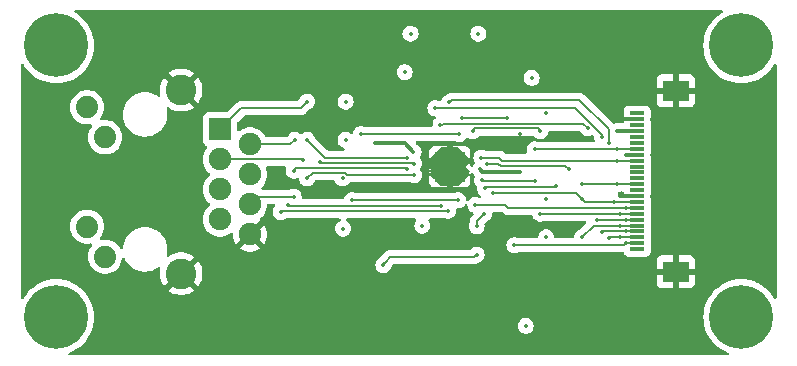
<source format=gbr>
G04 #@! TF.GenerationSoftware,KiCad,Pcbnew,7.0.7-2.fc38*
G04 #@! TF.CreationDate,2023-10-29T11:35:08+01:00*
G04 #@! TF.ProjectId,mangopimqpro-lan8720,6d616e67-6f70-4696-9d71-70726f2d6c61,rev?*
G04 #@! TF.SameCoordinates,Original*
G04 #@! TF.FileFunction,Copper,L4,Bot*
G04 #@! TF.FilePolarity,Positive*
%FSLAX46Y46*%
G04 Gerber Fmt 4.6, Leading zero omitted, Abs format (unit mm)*
G04 Created by KiCad (PCBNEW 7.0.7-2.fc38) date 2023-10-29 11:35:08*
%MOMM*%
%LPD*%
G01*
G04 APERTURE LIST*
G04 #@! TA.AperFunction,ComponentPad*
%ADD10C,1.890000*%
G04 #@! TD*
G04 #@! TA.AperFunction,ComponentPad*
%ADD11R,1.900000X1.900000*%
G04 #@! TD*
G04 #@! TA.AperFunction,ComponentPad*
%ADD12C,1.900000*%
G04 #@! TD*
G04 #@! TA.AperFunction,ComponentPad*
%ADD13C,2.600000*%
G04 #@! TD*
G04 #@! TA.AperFunction,ComponentPad*
%ADD14C,5.400000*%
G04 #@! TD*
G04 #@! TA.AperFunction,ComponentPad*
%ADD15C,0.500000*%
G04 #@! TD*
G04 #@! TA.AperFunction,SMDPad,CuDef*
%ADD16R,2.500000X2.500000*%
G04 #@! TD*
G04 #@! TA.AperFunction,SMDPad,CuDef*
%ADD17R,1.300000X0.300000*%
G04 #@! TD*
G04 #@! TA.AperFunction,SMDPad,CuDef*
%ADD18R,2.200000X1.800000*%
G04 #@! TD*
G04 #@! TA.AperFunction,ViaPad*
%ADD19C,0.350000*%
G04 #@! TD*
G04 #@! TA.AperFunction,Conductor*
%ADD20C,0.300000*%
G04 #@! TD*
G04 #@! TA.AperFunction,Conductor*
%ADD21C,0.200000*%
G04 #@! TD*
G04 APERTURE END LIST*
D10*
X20150000Y-45875000D03*
X18630000Y-43335000D03*
X20150000Y-35765000D03*
X18630000Y-33225000D03*
D11*
X29870000Y-35105000D03*
D12*
X32410000Y-36375000D03*
X29870000Y-37645000D03*
X32410000Y-38915000D03*
X29870000Y-40185000D03*
X32410000Y-41455000D03*
X29870000Y-42725000D03*
X32410000Y-43995000D03*
D13*
X26580000Y-31775000D03*
X26580000Y-47325000D03*
D14*
X74000000Y-28000000D03*
D15*
X48312500Y-39250000D03*
X49312500Y-39250000D03*
X50312500Y-39250000D03*
X48312500Y-38250000D03*
X49312500Y-38250000D03*
D16*
X49312500Y-38250000D03*
D15*
X50312500Y-38250000D03*
X48312500Y-37250000D03*
X49312500Y-37250000D03*
X50312500Y-37250000D03*
D14*
X74000000Y-51000000D03*
X16000000Y-51000000D03*
X16000000Y-28000000D03*
D17*
X65200000Y-33750000D03*
X65200000Y-34250000D03*
X65200000Y-34750000D03*
X65200000Y-35250000D03*
X65200000Y-35750000D03*
X65200000Y-36250000D03*
X65200000Y-36750000D03*
X65200000Y-37250000D03*
X65200000Y-37750000D03*
X65200000Y-38250000D03*
X65200000Y-38750000D03*
X65200000Y-39250000D03*
X65200000Y-39750000D03*
X65200000Y-40250000D03*
X65200000Y-40750000D03*
X65200000Y-41250000D03*
X65200000Y-41750000D03*
X65200000Y-42250000D03*
X65200000Y-42750000D03*
X65200000Y-43250000D03*
X65200000Y-43750000D03*
X65200000Y-44250000D03*
X65200000Y-44750000D03*
X65200000Y-45250000D03*
D18*
X68450000Y-31850000D03*
X68450000Y-47150000D03*
D19*
X58750000Y-53000000D03*
X64250000Y-37250000D03*
X42000000Y-43250000D03*
X63500000Y-34250000D03*
X43000000Y-40250000D03*
X56750000Y-43250000D03*
X40500000Y-26750000D03*
X55250000Y-35500000D03*
X57500000Y-33750000D03*
X47000000Y-30750000D03*
X63750000Y-40750000D03*
X47000000Y-47300000D03*
X50325000Y-34150500D03*
X54800000Y-44900000D03*
X64250000Y-44750000D03*
X54200000Y-34100000D03*
X40500000Y-32750000D03*
X43000000Y-36250000D03*
X45500000Y-30250000D03*
X40500000Y-36000000D03*
X40250000Y-39250000D03*
X40300000Y-43500000D03*
X46000000Y-27000000D03*
X47000000Y-43250000D03*
X46250000Y-37000000D03*
X49300000Y-32800000D03*
X63750000Y-44250000D03*
X62800000Y-36275500D03*
X62800000Y-44300000D03*
X62225000Y-35774500D03*
X64250000Y-43750000D03*
X48100000Y-33300000D03*
X62200000Y-43800000D03*
X52500000Y-38000000D03*
X60500000Y-44250000D03*
X59400000Y-38500000D03*
X63750000Y-43250000D03*
X64250000Y-42750000D03*
X61750000Y-42750000D03*
X61000000Y-35000000D03*
X48537000Y-34700000D03*
X63750000Y-42250000D03*
X57000000Y-42250000D03*
X57000000Y-35250000D03*
X51250000Y-35250000D03*
X64275000Y-41775000D03*
X51500000Y-41500000D03*
X60500000Y-41000000D03*
X63250000Y-41250000D03*
X53000000Y-40500000D03*
X60500000Y-39750000D03*
X63500000Y-39750000D03*
X52000000Y-37500000D03*
X63500000Y-37750000D03*
X63500000Y-36750000D03*
X56500000Y-39500000D03*
X52059788Y-39393586D03*
X56500000Y-36800000D03*
X35000000Y-42100000D03*
X49200000Y-42000000D03*
X35659269Y-41525804D03*
X48600000Y-41574500D03*
X51600000Y-43300000D03*
X58300000Y-39900000D03*
X52245878Y-42254122D03*
X43700000Y-46600000D03*
X51600000Y-45700000D03*
X52300000Y-40100000D03*
X50100000Y-35500000D03*
X41800000Y-35500000D03*
X50038000Y-41100000D03*
X41050500Y-41100000D03*
X46300000Y-38000000D03*
X37250000Y-32750000D03*
X38300000Y-37900000D03*
X37250000Y-36000000D03*
X45700000Y-37500000D03*
X36200000Y-36000000D03*
X36900000Y-37700000D03*
X37250000Y-39250000D03*
X46300000Y-38974500D03*
X45700000Y-38500000D03*
X36100000Y-40800000D03*
X36100000Y-38600000D03*
X63500000Y-35250000D03*
X55250000Y-38674500D03*
X56250000Y-30750000D03*
X51900000Y-38500000D03*
X57500000Y-41000000D03*
X55750000Y-51750000D03*
X51750000Y-27000000D03*
X57500000Y-44250000D03*
D20*
X65200000Y-37250000D02*
X64250000Y-37250000D01*
X65200000Y-40750000D02*
X63750000Y-40750000D01*
X65200000Y-34250000D02*
X63500000Y-34250000D01*
D21*
X64100000Y-44900000D02*
X54800000Y-44900000D01*
X65200000Y-44750000D02*
X64250000Y-44750000D01*
X50375500Y-34100000D02*
X50325000Y-34150500D01*
X64250000Y-44750000D02*
X64100000Y-44900000D01*
X54200000Y-34100000D02*
X50375500Y-34100000D01*
D20*
X45500000Y-36250000D02*
X46250000Y-37000000D01*
X43000000Y-36250000D02*
X45500000Y-36250000D01*
D21*
X62800000Y-36275500D02*
X62800000Y-35100000D01*
X60300000Y-32600000D02*
X49500000Y-32600000D01*
X62850000Y-44250000D02*
X62800000Y-44300000D01*
X49500000Y-32600000D02*
X49300000Y-32800000D01*
X65200000Y-44250000D02*
X63750000Y-44250000D01*
X62800000Y-35100000D02*
X60300000Y-32600000D01*
X63750000Y-44250000D02*
X62850000Y-44250000D01*
X65200000Y-43750000D02*
X64250000Y-43750000D01*
X62250000Y-43750000D02*
X62200000Y-43800000D01*
X48125000Y-33275000D02*
X48100000Y-33300000D01*
X62225000Y-35553248D02*
X59946752Y-33275000D01*
X59946752Y-33275000D02*
X48125000Y-33275000D01*
X64250000Y-43750000D02*
X62250000Y-43750000D01*
X62225000Y-35553248D02*
X62225000Y-35774500D01*
X53434314Y-38000000D02*
X53634315Y-38200000D01*
X59100000Y-38200000D02*
X59400000Y-38500000D01*
X53634315Y-38200000D02*
X59100000Y-38200000D01*
X63750000Y-43250000D02*
X61500000Y-43250000D01*
X61500000Y-43250000D02*
X60500000Y-44250000D01*
X52500000Y-38000000D02*
X53434314Y-38000000D01*
X65200000Y-43250000D02*
X63750000Y-43250000D01*
X65200000Y-42750000D02*
X64250000Y-42750000D01*
X60625000Y-34625000D02*
X48750000Y-34625000D01*
X48537000Y-34700000D02*
X48675000Y-34700000D01*
X61000000Y-35000000D02*
X60625000Y-34625000D01*
X64250000Y-42750000D02*
X61750000Y-42750000D01*
X48675000Y-34700000D02*
X48750000Y-34625000D01*
X56775000Y-35025000D02*
X51475000Y-35025000D01*
X57000000Y-35250000D02*
X56775000Y-35025000D01*
X63750000Y-42250000D02*
X57000000Y-42250000D01*
X65200000Y-42250000D02*
X63750000Y-42250000D01*
X51475000Y-35025000D02*
X51250000Y-35250000D01*
X54275000Y-41775000D02*
X54000000Y-41500000D01*
X54000000Y-41500000D02*
X51500000Y-41500000D01*
X64250000Y-41750000D02*
X64275000Y-41775000D01*
X64275000Y-41775000D02*
X54275000Y-41775000D01*
X65200000Y-41750000D02*
X64300000Y-41750000D01*
X64300000Y-41750000D02*
X64250000Y-41800000D01*
X64250000Y-41800000D02*
X64250000Y-41750000D01*
X65200000Y-41250000D02*
X63250000Y-41250000D01*
X60750000Y-41250000D02*
X60500000Y-41000000D01*
X63250000Y-41250000D02*
X60750000Y-41250000D01*
X60000000Y-40500000D02*
X60500000Y-41000000D01*
X53000000Y-40500000D02*
X60000000Y-40500000D01*
X63500000Y-39750000D02*
X60500000Y-39750000D01*
X65200000Y-39750000D02*
X63500000Y-39750000D01*
X63500000Y-37750000D02*
X53750000Y-37750000D01*
X53750000Y-37750000D02*
X53500000Y-37500000D01*
X65200000Y-37750000D02*
X63500000Y-37750000D01*
X53500000Y-37500000D02*
X52000000Y-37500000D01*
X56500000Y-36800000D02*
X63450000Y-36800000D01*
X63450000Y-36800000D02*
X63500000Y-36750000D01*
X65200000Y-36750000D02*
X63500000Y-36750000D01*
X52059788Y-39393586D02*
X52166202Y-39500000D01*
X52166202Y-39500000D02*
X56500000Y-39500000D01*
X49200000Y-42000000D02*
X49150500Y-42049500D01*
X35050500Y-42049500D02*
X35000000Y-42100000D01*
X49150500Y-42049500D02*
X35050500Y-42049500D01*
X48600000Y-41574500D02*
X35707965Y-41574500D01*
X35707965Y-41574500D02*
X35659269Y-41525804D01*
X52375000Y-40025000D02*
X58175000Y-40025000D01*
X50700000Y-45900000D02*
X51400000Y-45900000D01*
X52300000Y-40100000D02*
X52375000Y-40025000D01*
X43700000Y-46600000D02*
X43700000Y-46500000D01*
X51600000Y-42900000D02*
X52245878Y-42254122D01*
X51400000Y-45900000D02*
X51600000Y-45700000D01*
X58175000Y-40025000D02*
X58300000Y-39900000D01*
X43900000Y-46300000D02*
X44300000Y-45900000D01*
X44300000Y-45900000D02*
X50700000Y-45900000D01*
X43700000Y-46500000D02*
X43900000Y-46300000D01*
X51600000Y-43300000D02*
X51600000Y-42900000D01*
X50100000Y-35500000D02*
X41800000Y-35500000D01*
X50038000Y-41100000D02*
X41050500Y-41100000D01*
X46300000Y-38000000D02*
X46275000Y-37975000D01*
X46275000Y-37975000D02*
X38375000Y-37975000D01*
X36700000Y-33300000D02*
X37250000Y-32750000D01*
X29870000Y-35105000D02*
X31675000Y-33300000D01*
X38375000Y-37975000D02*
X38300000Y-37900000D01*
X31675000Y-33300000D02*
X36700000Y-33300000D01*
X36200000Y-36000000D02*
X35825000Y-36375000D01*
X45700000Y-37500000D02*
X38750000Y-37500000D01*
X38750000Y-37500000D02*
X37250000Y-36000000D01*
X35825000Y-36375000D02*
X32360000Y-36375000D01*
X46300000Y-38974500D02*
X40646252Y-38974500D01*
X36845000Y-37645000D02*
X29820000Y-37645000D01*
X37725000Y-38775000D02*
X37250000Y-39250000D01*
X40646252Y-38974500D02*
X40446752Y-38775000D01*
X36900000Y-37700000D02*
X36845000Y-37645000D01*
X40446752Y-38775000D02*
X37725000Y-38775000D01*
X32410000Y-41455000D02*
X33065000Y-40800000D01*
X45700000Y-38500000D02*
X45575000Y-38375000D01*
X33065000Y-40800000D02*
X36100000Y-40800000D01*
X36325000Y-38375000D02*
X36100000Y-38600000D01*
X45575000Y-38375000D02*
X36325000Y-38375000D01*
D20*
X51900000Y-38500000D02*
X52074500Y-38674500D01*
X52074500Y-38674500D02*
X55250000Y-38674500D01*
X65200000Y-35250000D02*
X63500000Y-35250000D01*
G04 #@! TA.AperFunction,Conductor*
G36*
X60344522Y-35245185D02*
G01*
X60390277Y-35297989D01*
X60393424Y-35305526D01*
X60397482Y-35316226D01*
X60490668Y-35451229D01*
X60490670Y-35451231D01*
X60490672Y-35451233D01*
X60613451Y-35560006D01*
X60613452Y-35560006D01*
X60613454Y-35560008D01*
X60758705Y-35636242D01*
X60758707Y-35636242D01*
X60758708Y-35636243D01*
X60917978Y-35675500D01*
X60917979Y-35675500D01*
X61082022Y-35675500D01*
X61205012Y-35645185D01*
X61241295Y-35636242D01*
X61303119Y-35603793D01*
X61371627Y-35590068D01*
X61436681Y-35615560D01*
X61448426Y-35625909D01*
X61508220Y-35685703D01*
X61541705Y-35747026D01*
X61544539Y-35773384D01*
X61544539Y-35774500D01*
X61564311Y-35937342D01*
X61564311Y-35937343D01*
X61564312Y-35937345D01*
X61600032Y-36031531D01*
X61605399Y-36101191D01*
X61572252Y-36162698D01*
X61511114Y-36196519D01*
X61484090Y-36199500D01*
X56839958Y-36199500D01*
X56782332Y-36185296D01*
X56758883Y-36172989D01*
X56741294Y-36163757D01*
X56582022Y-36124500D01*
X56582021Y-36124500D01*
X56417979Y-36124500D01*
X56417978Y-36124500D01*
X56258708Y-36163756D01*
X56113451Y-36239993D01*
X55990672Y-36348766D01*
X55990666Y-36348773D01*
X55897483Y-36483771D01*
X55839312Y-36637154D01*
X55839311Y-36637157D01*
X55819539Y-36799999D01*
X55819539Y-36800000D01*
X55839311Y-36962842D01*
X55839313Y-36962849D01*
X55846397Y-36981527D01*
X55851766Y-37051191D01*
X55818619Y-37112697D01*
X55757481Y-37146519D01*
X55730456Y-37149500D01*
X54050097Y-37149500D01*
X53983058Y-37129815D01*
X53962416Y-37113181D01*
X53955328Y-37106093D01*
X53949974Y-37099988D01*
X53928286Y-37071722D01*
X53928283Y-37071720D01*
X53928282Y-37071718D01*
X53802841Y-36975464D01*
X53656762Y-36914956D01*
X53656760Y-36914955D01*
X53546957Y-36900500D01*
X53500000Y-36894318D01*
X53464670Y-36898969D01*
X53456572Y-36899500D01*
X52339958Y-36899500D01*
X52282332Y-36885296D01*
X52262904Y-36875099D01*
X52241294Y-36863757D01*
X52082022Y-36824500D01*
X52082021Y-36824500D01*
X51917979Y-36824500D01*
X51917978Y-36824500D01*
X51758708Y-36863756D01*
X51613451Y-36939993D01*
X51490672Y-37048766D01*
X51490666Y-37048773D01*
X51397483Y-37183771D01*
X51339312Y-37337154D01*
X51339311Y-37337157D01*
X51319539Y-37499999D01*
X51319539Y-37500000D01*
X51339311Y-37662842D01*
X51339312Y-37662845D01*
X51397483Y-37816229D01*
X51397485Y-37816232D01*
X51432096Y-37866375D01*
X51453979Y-37932729D01*
X51436513Y-38000381D01*
X51412275Y-38029627D01*
X51390674Y-38048764D01*
X51390666Y-38048773D01*
X51297482Y-38183773D01*
X51296297Y-38186032D01*
X51294993Y-38187379D01*
X51293221Y-38189947D01*
X51292794Y-38189652D01*
X51247713Y-38236245D01*
X51179694Y-38252220D01*
X51113836Y-38228886D01*
X51071048Y-38173650D01*
X51062500Y-38128407D01*
X51062500Y-37295604D01*
X51062890Y-37288656D01*
X51067246Y-37250000D01*
X51067246Y-37249999D01*
X51062890Y-37211343D01*
X51062500Y-37204395D01*
X51062500Y-36952172D01*
X51062499Y-36952155D01*
X51056098Y-36892627D01*
X51056096Y-36892620D01*
X51005854Y-36757913D01*
X51005850Y-36757906D01*
X50919690Y-36642812D01*
X50919687Y-36642809D01*
X50804593Y-36556649D01*
X50804586Y-36556645D01*
X50669879Y-36506403D01*
X50669872Y-36506401D01*
X50610344Y-36500000D01*
X50358105Y-36500000D01*
X50351157Y-36499610D01*
X50312502Y-36495254D01*
X50312498Y-36495254D01*
X50273843Y-36499610D01*
X50266895Y-36500000D01*
X49562500Y-36500000D01*
X49562500Y-36646445D01*
X49606656Y-36602290D01*
X49667979Y-36568805D01*
X49737671Y-36573789D01*
X49782019Y-36602290D01*
X49812500Y-36632771D01*
X49842981Y-36602290D01*
X49904304Y-36568805D01*
X49973996Y-36573789D01*
X50018343Y-36602290D01*
X50357135Y-36941082D01*
X50390620Y-37002405D01*
X50385636Y-37072097D01*
X50343764Y-37128030D01*
X50305096Y-37144374D01*
X50305944Y-37146984D01*
X50250696Y-37164935D01*
X50212499Y-37217508D01*
X50212499Y-37282491D01*
X50222027Y-37295604D01*
X50250697Y-37335065D01*
X50296662Y-37350000D01*
X50296663Y-37350000D01*
X50328337Y-37350000D01*
X50328338Y-37350000D01*
X50374303Y-37335065D01*
X50412500Y-37282492D01*
X50412500Y-37282490D01*
X50418569Y-37263814D01*
X50421605Y-37264800D01*
X50432185Y-37228770D01*
X50484989Y-37183015D01*
X50554147Y-37173071D01*
X50617703Y-37202096D01*
X50624181Y-37208128D01*
X50960209Y-37544156D01*
X50993694Y-37605479D01*
X50988710Y-37675171D01*
X50960209Y-37719519D01*
X50929728Y-37749999D01*
X50960210Y-37780481D01*
X50993694Y-37841805D01*
X50988709Y-37911496D01*
X50960209Y-37955843D01*
X50666053Y-38249999D01*
X50666053Y-38250000D01*
X50960209Y-38544156D01*
X50993694Y-38605479D01*
X50988710Y-38675171D01*
X50960209Y-38719519D01*
X50929728Y-38749999D01*
X50960210Y-38780481D01*
X50993695Y-38841804D01*
X50988711Y-38911496D01*
X50960210Y-38955843D01*
X50624181Y-39291871D01*
X50562858Y-39325356D01*
X50493166Y-39320372D01*
X50437233Y-39278500D01*
X50421139Y-39235350D01*
X50418569Y-39236186D01*
X50412500Y-39217508D01*
X50374303Y-39164935D01*
X50328339Y-39150000D01*
X50328338Y-39150000D01*
X50296662Y-39150000D01*
X50296660Y-39150000D01*
X50250696Y-39164935D01*
X50212499Y-39217508D01*
X50212499Y-39282491D01*
X50224328Y-39298771D01*
X50250697Y-39335065D01*
X50296662Y-39350000D01*
X50305944Y-39353016D01*
X50304858Y-39356357D01*
X50351953Y-39378662D01*
X50388906Y-39437960D01*
X50387934Y-39507823D01*
X50357136Y-39558916D01*
X50312501Y-39603553D01*
X50018343Y-39897709D01*
X49957020Y-39931194D01*
X49887328Y-39926210D01*
X49842980Y-39897709D01*
X49812499Y-39867228D01*
X49782018Y-39897709D01*
X49720694Y-39931193D01*
X49651003Y-39926208D01*
X49606656Y-39897708D01*
X49562500Y-39853552D01*
X49562500Y-40000000D01*
X50266895Y-40000000D01*
X50273843Y-40000390D01*
X50312498Y-40004746D01*
X50312502Y-40004746D01*
X50351157Y-40000390D01*
X50358105Y-40000000D01*
X50610328Y-40000000D01*
X50610344Y-39999999D01*
X50669872Y-39993598D01*
X50669879Y-39993596D01*
X50804586Y-39943354D01*
X50804593Y-39943350D01*
X50919687Y-39857190D01*
X50919690Y-39857187D01*
X51005850Y-39742093D01*
X51005854Y-39742086D01*
X51056096Y-39607379D01*
X51056098Y-39607372D01*
X51062499Y-39547844D01*
X51062499Y-39295603D01*
X51062889Y-39288654D01*
X51067245Y-39249998D01*
X51062890Y-39211343D01*
X51062500Y-39204395D01*
X51062500Y-38871592D01*
X51082185Y-38804553D01*
X51134989Y-38758798D01*
X51204147Y-38748854D01*
X51267703Y-38777879D01*
X51293204Y-38810064D01*
X51293221Y-38810053D01*
X51293397Y-38810308D01*
X51296300Y-38813972D01*
X51297485Y-38816231D01*
X51390668Y-38951230D01*
X51412258Y-38970356D01*
X51449385Y-39029545D01*
X51448619Y-39099410D01*
X51445974Y-39107143D01*
X51399100Y-39230737D01*
X51399099Y-39230743D01*
X51379327Y-39393585D01*
X51379327Y-39393586D01*
X51399099Y-39556428D01*
X51399100Y-39556431D01*
X51454016Y-39701233D01*
X51457271Y-39709814D01*
X51479547Y-39742086D01*
X51550456Y-39844815D01*
X51550458Y-39844817D01*
X51550460Y-39844819D01*
X51592091Y-39881701D01*
X51629218Y-39940890D01*
X51632960Y-39989462D01*
X51619539Y-40099999D01*
X51619539Y-40100000D01*
X51639311Y-40262842D01*
X51639312Y-40262845D01*
X51697483Y-40416228D01*
X51754962Y-40499500D01*
X51790668Y-40551229D01*
X51790670Y-40551231D01*
X51790672Y-40551233D01*
X51913451Y-40660006D01*
X51913452Y-40660006D01*
X51913454Y-40660008D01*
X51924307Y-40665704D01*
X51974518Y-40714288D01*
X51990493Y-40782307D01*
X51967158Y-40848165D01*
X51911922Y-40890952D01*
X51866680Y-40899500D01*
X51839958Y-40899500D01*
X51782332Y-40885296D01*
X51762904Y-40875099D01*
X51741294Y-40863757D01*
X51582022Y-40824500D01*
X51582021Y-40824500D01*
X51417979Y-40824500D01*
X51417978Y-40824500D01*
X51258708Y-40863756D01*
X51113451Y-40939993D01*
X50990672Y-41048766D01*
X50990666Y-41048773D01*
X50939627Y-41122716D01*
X50885344Y-41166707D01*
X50815895Y-41174366D01*
X50753330Y-41143262D01*
X50717513Y-41083271D01*
X50714481Y-41067222D01*
X50701807Y-40962845D01*
X50698688Y-40937155D01*
X50640518Y-40783774D01*
X50547332Y-40648771D01*
X50547329Y-40648768D01*
X50547327Y-40648766D01*
X50424548Y-40539993D01*
X50279291Y-40463756D01*
X50120022Y-40424500D01*
X50120021Y-40424500D01*
X49955979Y-40424500D01*
X49955978Y-40424500D01*
X49796705Y-40463757D01*
X49768457Y-40478584D01*
X49755667Y-40485296D01*
X49698042Y-40499500D01*
X41390458Y-40499500D01*
X41332832Y-40485296D01*
X41313404Y-40475099D01*
X41291794Y-40463757D01*
X41132522Y-40424500D01*
X41132521Y-40424500D01*
X40968479Y-40424500D01*
X40968478Y-40424500D01*
X40809208Y-40463756D01*
X40663951Y-40539993D01*
X40541172Y-40648766D01*
X40541166Y-40648773D01*
X40447983Y-40783771D01*
X40406189Y-40893972D01*
X40364010Y-40949674D01*
X40298413Y-40973731D01*
X40290247Y-40974000D01*
X36899301Y-40974000D01*
X36832262Y-40954315D01*
X36786507Y-40901511D01*
X36776205Y-40835054D01*
X36780461Y-40800000D01*
X36780461Y-40799999D01*
X36763463Y-40660008D01*
X36760688Y-40637155D01*
X36702518Y-40483774D01*
X36609332Y-40348771D01*
X36609329Y-40348768D01*
X36609327Y-40348766D01*
X36486548Y-40239993D01*
X36382332Y-40185296D01*
X36341295Y-40163758D01*
X36341294Y-40163757D01*
X36341291Y-40163756D01*
X36182022Y-40124500D01*
X36182021Y-40124500D01*
X36017979Y-40124500D01*
X36017978Y-40124500D01*
X35858705Y-40163757D01*
X35829950Y-40178849D01*
X35817667Y-40185296D01*
X35760042Y-40199500D01*
X33481436Y-40199500D01*
X33414397Y-40179815D01*
X33368642Y-40127011D01*
X33358698Y-40057853D01*
X33387723Y-39994297D01*
X33392434Y-39989440D01*
X33395756Y-39985830D01*
X33395764Y-39985825D01*
X33558571Y-39808969D01*
X33690049Y-39607728D01*
X33786610Y-39387591D01*
X33845620Y-39154563D01*
X33856993Y-39017315D01*
X33865471Y-38915005D01*
X33865471Y-38914994D01*
X33845620Y-38675440D01*
X33845620Y-38675437D01*
X33786610Y-38442409D01*
X33776476Y-38419307D01*
X33767576Y-38350008D01*
X33797553Y-38286897D01*
X33856893Y-38250011D01*
X33890034Y-38245500D01*
X35332352Y-38245500D01*
X35399391Y-38265185D01*
X35445146Y-38317989D01*
X35455090Y-38387147D01*
X35448294Y-38413472D01*
X35439312Y-38437154D01*
X35439311Y-38437157D01*
X35419539Y-38599999D01*
X35419539Y-38600000D01*
X35439311Y-38762842D01*
X35439312Y-38762845D01*
X35489980Y-38896446D01*
X35497483Y-38916228D01*
X35532203Y-38966528D01*
X35590668Y-39051229D01*
X35590670Y-39051231D01*
X35590672Y-39051233D01*
X35713451Y-39160006D01*
X35713452Y-39160006D01*
X35713454Y-39160008D01*
X35858705Y-39236242D01*
X35858707Y-39236242D01*
X35858708Y-39236243D01*
X36017978Y-39275500D01*
X36017979Y-39275500D01*
X36182022Y-39275500D01*
X36221839Y-39265685D01*
X36341295Y-39236242D01*
X36395228Y-39207935D01*
X36463733Y-39194210D01*
X36528787Y-39219702D01*
X36569732Y-39276317D01*
X36575948Y-39302785D01*
X36589311Y-39412843D01*
X36589312Y-39412845D01*
X36642135Y-39552128D01*
X36647483Y-39566228D01*
X36678209Y-39610742D01*
X36740668Y-39701229D01*
X36740669Y-39701230D01*
X36740672Y-39701233D01*
X36863451Y-39810006D01*
X36863452Y-39810006D01*
X36863454Y-39810008D01*
X37008705Y-39886242D01*
X37008707Y-39886242D01*
X37008708Y-39886243D01*
X37167978Y-39925500D01*
X37167979Y-39925500D01*
X37332022Y-39925500D01*
X37491291Y-39886243D01*
X37491291Y-39886242D01*
X37491295Y-39886242D01*
X37636546Y-39810008D01*
X37759332Y-39701229D01*
X37852518Y-39566226D01*
X37885545Y-39479137D01*
X37913808Y-39435426D01*
X37915461Y-39433774D01*
X37937418Y-39411816D01*
X37998741Y-39378333D01*
X38025097Y-39375500D01*
X39489558Y-39375500D01*
X39556597Y-39395185D01*
X39602352Y-39447989D01*
X39605499Y-39455528D01*
X39647482Y-39566226D01*
X39740668Y-39701229D01*
X39740669Y-39701230D01*
X39740672Y-39701233D01*
X39863451Y-39810006D01*
X39863452Y-39810006D01*
X39863454Y-39810008D01*
X40008705Y-39886242D01*
X40008707Y-39886242D01*
X40008708Y-39886243D01*
X40167978Y-39925500D01*
X40167979Y-39925500D01*
X40332022Y-39925500D01*
X40491291Y-39886243D01*
X40491291Y-39886242D01*
X40491295Y-39886242D01*
X40636546Y-39810008D01*
X40759332Y-39701229D01*
X40809492Y-39628559D01*
X40863775Y-39584570D01*
X40911542Y-39575000D01*
X45960042Y-39575000D01*
X46017667Y-39589203D01*
X46052962Y-39607728D01*
X46058705Y-39610742D01*
X46217978Y-39650000D01*
X46217979Y-39650000D01*
X46382022Y-39650000D01*
X46541291Y-39610743D01*
X46541291Y-39610742D01*
X46541295Y-39610742D01*
X46686546Y-39534508D01*
X46809332Y-39425729D01*
X46902518Y-39290726D01*
X46917963Y-39250000D01*
X47557754Y-39250000D01*
X47562110Y-39288656D01*
X47562500Y-39295604D01*
X47562500Y-39547844D01*
X47568901Y-39607372D01*
X47568903Y-39607379D01*
X47619145Y-39742086D01*
X47619149Y-39742093D01*
X47705309Y-39857187D01*
X47705312Y-39857190D01*
X47820406Y-39943350D01*
X47820413Y-39943354D01*
X47955120Y-39993596D01*
X47955127Y-39993598D01*
X48014655Y-39999999D01*
X48014672Y-40000000D01*
X48266895Y-40000000D01*
X48273843Y-40000390D01*
X48312498Y-40004746D01*
X48312502Y-40004746D01*
X48351157Y-40000390D01*
X48358105Y-40000000D01*
X49062500Y-40000000D01*
X49062500Y-39853553D01*
X49062499Y-39853552D01*
X49018343Y-39897709D01*
X48957020Y-39931193D01*
X48887328Y-39926209D01*
X48842981Y-39897708D01*
X48812501Y-39867228D01*
X48812499Y-39867228D01*
X48782018Y-39897709D01*
X48720695Y-39931194D01*
X48651003Y-39926210D01*
X48606656Y-39897709D01*
X48267864Y-39558917D01*
X48234379Y-39497594D01*
X48239363Y-39427902D01*
X48281235Y-39371969D01*
X48319907Y-39355635D01*
X48319056Y-39353016D01*
X48328338Y-39350000D01*
X48374303Y-39335065D01*
X48412500Y-39282492D01*
X48412500Y-39250000D01*
X48666053Y-39250000D01*
X48812499Y-39396447D01*
X48926455Y-39282491D01*
X49212499Y-39282491D01*
X49224328Y-39298771D01*
X49250697Y-39335065D01*
X49296662Y-39350000D01*
X49296663Y-39350000D01*
X49328337Y-39350000D01*
X49328338Y-39350000D01*
X49374303Y-39335065D01*
X49412500Y-39282492D01*
X49412500Y-39249999D01*
X49666052Y-39249999D01*
X49812498Y-39396446D01*
X49958946Y-39249999D01*
X49812500Y-39103553D01*
X49666052Y-39249999D01*
X49412500Y-39249999D01*
X49412500Y-39217508D01*
X49374303Y-39164935D01*
X49374302Y-39164935D01*
X49328339Y-39150000D01*
X49328338Y-39150000D01*
X49296662Y-39150000D01*
X49296660Y-39150000D01*
X49250696Y-39164935D01*
X49212499Y-39217508D01*
X49212499Y-39282491D01*
X48926455Y-39282491D01*
X48958946Y-39250000D01*
X48812498Y-39103553D01*
X48666053Y-39250000D01*
X48412500Y-39250000D01*
X48412500Y-39217508D01*
X48374303Y-39164935D01*
X48374302Y-39164935D01*
X48328339Y-39150000D01*
X48328338Y-39150000D01*
X48296662Y-39150000D01*
X48296660Y-39150000D01*
X48250696Y-39164935D01*
X48212499Y-39217508D01*
X48206431Y-39236186D01*
X48203394Y-39235199D01*
X48192815Y-39271230D01*
X48140011Y-39316985D01*
X48070853Y-39326929D01*
X48007297Y-39297904D01*
X48000819Y-39291872D01*
X47664789Y-38955842D01*
X47631304Y-38894519D01*
X47636288Y-38824827D01*
X47664789Y-38780479D01*
X47695267Y-38750000D01*
X48166053Y-38750000D01*
X48312499Y-38896447D01*
X48458947Y-38750000D01*
X50166053Y-38750000D01*
X50312499Y-38896446D01*
X50458946Y-38749998D01*
X50312499Y-38603553D01*
X50166053Y-38749999D01*
X50166053Y-38750000D01*
X48458947Y-38750000D01*
X48312500Y-38603553D01*
X48166053Y-38750000D01*
X47695267Y-38750000D01*
X47695270Y-38749997D01*
X47664791Y-38719518D01*
X47631306Y-38658195D01*
X47636290Y-38588503D01*
X47664791Y-38544155D01*
X47708946Y-38500000D01*
X47562500Y-38500000D01*
X47562500Y-39204395D01*
X47562110Y-39211343D01*
X47557754Y-39249999D01*
X47557754Y-39250000D01*
X46917963Y-39250000D01*
X46960688Y-39137345D01*
X46980461Y-38974500D01*
X46977228Y-38947878D01*
X46970984Y-38896447D01*
X46960688Y-38811655D01*
X46902518Y-38658274D01*
X46902463Y-38658195D01*
X46833089Y-38557689D01*
X46811206Y-38491335D01*
X46828671Y-38423683D01*
X46833074Y-38416832D01*
X46902518Y-38316226D01*
X46915312Y-38282491D01*
X48212499Y-38282491D01*
X48237012Y-38316229D01*
X48250697Y-38335065D01*
X48296662Y-38350000D01*
X48296663Y-38350000D01*
X48328337Y-38350000D01*
X48328338Y-38350000D01*
X48374303Y-38335065D01*
X48412500Y-38282492D01*
X48412500Y-38282491D01*
X49212499Y-38282491D01*
X49237012Y-38316229D01*
X49250697Y-38335065D01*
X49296662Y-38350000D01*
X49296663Y-38350000D01*
X49328337Y-38350000D01*
X49328338Y-38350000D01*
X49374303Y-38335065D01*
X49412500Y-38282492D01*
X49412500Y-38250000D01*
X49666053Y-38250000D01*
X49812499Y-38396447D01*
X49926456Y-38282491D01*
X50212499Y-38282491D01*
X50237012Y-38316229D01*
X50250697Y-38335065D01*
X50296662Y-38350000D01*
X50296663Y-38350000D01*
X50328337Y-38350000D01*
X50328338Y-38350000D01*
X50374303Y-38335065D01*
X50412500Y-38282492D01*
X50412500Y-38217508D01*
X50374303Y-38164935D01*
X50367871Y-38162845D01*
X50328339Y-38150000D01*
X50328338Y-38150000D01*
X50296662Y-38150000D01*
X50296660Y-38150000D01*
X50250696Y-38164935D01*
X50212499Y-38217508D01*
X50212499Y-38282491D01*
X49926456Y-38282491D01*
X49958947Y-38250000D01*
X49812498Y-38103553D01*
X49666053Y-38250000D01*
X49412500Y-38250000D01*
X49412500Y-38217508D01*
X49374303Y-38164935D01*
X49367871Y-38162845D01*
X49328339Y-38150000D01*
X49328338Y-38150000D01*
X49296662Y-38150000D01*
X49296660Y-38150000D01*
X49250696Y-38164935D01*
X49212499Y-38217508D01*
X49212499Y-38282491D01*
X48412500Y-38282491D01*
X48412500Y-38217508D01*
X48374303Y-38164935D01*
X48367871Y-38162845D01*
X48328339Y-38150000D01*
X48328338Y-38150000D01*
X48296662Y-38150000D01*
X48296660Y-38150000D01*
X48250696Y-38164935D01*
X48212499Y-38217508D01*
X48212499Y-38282491D01*
X46915312Y-38282491D01*
X46960688Y-38162845D01*
X46980461Y-38000000D01*
X46960688Y-37837155D01*
X46902518Y-37683774D01*
X46809332Y-37548771D01*
X46809330Y-37548768D01*
X46807806Y-37547048D01*
X46807087Y-37545519D01*
X46805071Y-37542598D01*
X46805556Y-37542262D01*
X46778084Y-37483815D01*
X46787268Y-37414551D01*
X46798566Y-37394388D01*
X46852518Y-37316226D01*
X46877634Y-37250000D01*
X47557754Y-37250000D01*
X47562110Y-37288656D01*
X47562500Y-37295604D01*
X47562500Y-38000000D01*
X47708947Y-38000000D01*
X47708947Y-37999999D01*
X47664790Y-37955842D01*
X47631305Y-37894519D01*
X47636289Y-37824827D01*
X47664790Y-37780480D01*
X47695270Y-37749999D01*
X48166052Y-37749999D01*
X48312500Y-37896446D01*
X48458947Y-37749999D01*
X48458946Y-37749998D01*
X50166053Y-37749998D01*
X50312500Y-37896446D01*
X50458947Y-37750000D01*
X50458947Y-37749999D01*
X50312501Y-37603553D01*
X50166053Y-37749998D01*
X48458946Y-37749998D01*
X48312500Y-37603553D01*
X48166052Y-37749999D01*
X47695270Y-37749999D01*
X47664790Y-37719519D01*
X47631305Y-37658196D01*
X47636289Y-37588504D01*
X47664790Y-37544156D01*
X48000819Y-37208127D01*
X48062142Y-37174642D01*
X48131834Y-37179626D01*
X48187767Y-37221498D01*
X48203861Y-37264648D01*
X48206431Y-37263814D01*
X48212499Y-37282491D01*
X48222027Y-37295604D01*
X48250697Y-37335065D01*
X48296662Y-37350000D01*
X48296663Y-37350000D01*
X48328337Y-37350000D01*
X48328338Y-37350000D01*
X48374303Y-37335065D01*
X48412500Y-37282492D01*
X48412500Y-37250000D01*
X48666228Y-37250000D01*
X48812516Y-37396429D01*
X48926455Y-37282491D01*
X49212499Y-37282491D01*
X49222027Y-37295604D01*
X49250697Y-37335065D01*
X49296662Y-37350000D01*
X49296663Y-37350000D01*
X49328337Y-37350000D01*
X49328338Y-37350000D01*
X49374303Y-37335065D01*
X49412500Y-37282492D01*
X49412500Y-37250000D01*
X49666053Y-37250000D01*
X49812500Y-37396447D01*
X49958947Y-37250000D01*
X49812500Y-37103553D01*
X49666053Y-37250000D01*
X49412500Y-37250000D01*
X49412500Y-37217508D01*
X49374303Y-37164935D01*
X49367871Y-37162845D01*
X49328339Y-37150000D01*
X49328338Y-37150000D01*
X49296662Y-37150000D01*
X49296660Y-37150000D01*
X49250696Y-37164935D01*
X49212499Y-37217508D01*
X49212499Y-37282491D01*
X48926455Y-37282491D01*
X48958946Y-37250000D01*
X48812517Y-37103569D01*
X48666228Y-37250000D01*
X48412500Y-37250000D01*
X48412500Y-37217508D01*
X48374303Y-37164935D01*
X48328338Y-37150000D01*
X48319056Y-37146984D01*
X48320139Y-37143649D01*
X48273005Y-37121300D01*
X48236078Y-37061985D01*
X48237082Y-36992123D01*
X48267865Y-36941081D01*
X48312500Y-36896446D01*
X48606657Y-36602290D01*
X48667980Y-36568805D01*
X48737672Y-36573789D01*
X48782019Y-36602290D01*
X48812499Y-36632770D01*
X48842979Y-36602290D01*
X48904302Y-36568805D01*
X48973994Y-36573789D01*
X49018342Y-36602290D01*
X49062499Y-36646447D01*
X49062500Y-36646446D01*
X49062500Y-36500000D01*
X48358105Y-36500000D01*
X48351157Y-36499610D01*
X48312502Y-36495254D01*
X48312498Y-36495254D01*
X48273843Y-36499610D01*
X48266895Y-36500000D01*
X48014655Y-36500000D01*
X47955127Y-36506401D01*
X47955120Y-36506403D01*
X47820413Y-36556645D01*
X47820406Y-36556649D01*
X47705312Y-36642809D01*
X47705309Y-36642812D01*
X47619149Y-36757906D01*
X47619145Y-36757913D01*
X47568903Y-36892620D01*
X47568901Y-36892627D01*
X47562500Y-36952155D01*
X47562500Y-37204395D01*
X47562110Y-37211343D01*
X47557754Y-37249999D01*
X47557754Y-37250000D01*
X46877634Y-37250000D01*
X46910688Y-37162845D01*
X46930461Y-37000000D01*
X46910688Y-36837155D01*
X46852518Y-36683774D01*
X46759332Y-36548771D01*
X46759329Y-36548768D01*
X46759327Y-36548766D01*
X46636548Y-36439993D01*
X46636545Y-36439991D01*
X46612578Y-36427412D01*
X46597254Y-36419369D01*
X46567201Y-36397255D01*
X46482127Y-36312181D01*
X46448642Y-36250858D01*
X46453626Y-36181166D01*
X46495498Y-36125233D01*
X46560962Y-36100816D01*
X46569808Y-36100500D01*
X49760042Y-36100500D01*
X49817667Y-36114703D01*
X49858705Y-36136242D01*
X50017978Y-36175500D01*
X50017979Y-36175500D01*
X50182022Y-36175500D01*
X50341291Y-36136243D01*
X50341291Y-36136242D01*
X50341295Y-36136242D01*
X50486546Y-36060008D01*
X50609332Y-35951229D01*
X50686920Y-35838823D01*
X50741200Y-35794835D01*
X50810649Y-35787175D01*
X50859410Y-35807217D01*
X50863447Y-35810004D01*
X50863453Y-35810007D01*
X50863454Y-35810008D01*
X51008705Y-35886242D01*
X51008707Y-35886242D01*
X51008708Y-35886243D01*
X51167978Y-35925500D01*
X51167979Y-35925500D01*
X51332022Y-35925500D01*
X51491291Y-35886243D01*
X51491291Y-35886242D01*
X51491295Y-35886242D01*
X51636546Y-35810008D01*
X51759332Y-35701229D01*
X51774634Y-35679059D01*
X51828917Y-35635070D01*
X51876684Y-35625500D01*
X56373316Y-35625500D01*
X56440355Y-35645185D01*
X56475365Y-35679059D01*
X56490668Y-35701229D01*
X56490670Y-35701231D01*
X56490672Y-35701233D01*
X56613451Y-35810006D01*
X56613452Y-35810006D01*
X56613454Y-35810008D01*
X56758705Y-35886242D01*
X56758707Y-35886242D01*
X56758708Y-35886243D01*
X56917978Y-35925500D01*
X56917979Y-35925500D01*
X57082022Y-35925500D01*
X57241291Y-35886243D01*
X57241291Y-35886242D01*
X57241295Y-35886242D01*
X57386546Y-35810008D01*
X57509332Y-35701229D01*
X57602518Y-35566226D01*
X57660688Y-35412845D01*
X57670194Y-35334553D01*
X57697815Y-35270376D01*
X57755749Y-35231319D01*
X57793290Y-35225500D01*
X60277483Y-35225500D01*
X60344522Y-35245185D01*
G37*
G04 #@! TD.AperFunction*
G04 #@! TA.AperFunction,Conductor*
G36*
X63994688Y-40370185D02*
G01*
X64040443Y-40422989D01*
X64050939Y-40461252D01*
X64053931Y-40489096D01*
X64053931Y-40515596D01*
X64051442Y-40538752D01*
X64024705Y-40603304D01*
X63967314Y-40643154D01*
X63928152Y-40649500D01*
X63694449Y-40649500D01*
X63627410Y-40629815D01*
X63581655Y-40577011D01*
X63571711Y-40507853D01*
X63600736Y-40444297D01*
X63659514Y-40406523D01*
X63664774Y-40405103D01*
X63674171Y-40402786D01*
X63741295Y-40386242D01*
X63782332Y-40364703D01*
X63839958Y-40350500D01*
X63927649Y-40350500D01*
X63994688Y-40370185D01*
G37*
G04 #@! TD.AperFunction*
G04 #@! TA.AperFunction,Conductor*
G36*
X72397070Y-25020185D02*
G01*
X72442825Y-25072989D01*
X72452769Y-25142147D01*
X72423744Y-25205703D01*
X72390012Y-25233028D01*
X72294545Y-25285790D01*
X72001377Y-25493805D01*
X71733339Y-25733339D01*
X71493805Y-26001377D01*
X71285790Y-26294545D01*
X71111905Y-26609168D01*
X70974339Y-26941281D01*
X70874828Y-27286694D01*
X70874826Y-27286703D01*
X70814614Y-27641085D01*
X70814612Y-27641097D01*
X70794457Y-28000000D01*
X70814612Y-28358902D01*
X70814614Y-28358914D01*
X70874826Y-28713296D01*
X70874828Y-28713305D01*
X70974339Y-29058718D01*
X71111905Y-29390831D01*
X71285790Y-29705454D01*
X71493805Y-29998622D01*
X71493806Y-29998623D01*
X71733339Y-30266661D01*
X72001377Y-30506194D01*
X72294548Y-30714211D01*
X72609167Y-30888094D01*
X72941276Y-31025659D01*
X73286700Y-31125173D01*
X73641093Y-31185387D01*
X74000000Y-31205543D01*
X74358907Y-31185387D01*
X74713300Y-31125173D01*
X75058724Y-31025659D01*
X75390833Y-30888094D01*
X75705452Y-30714211D01*
X75998623Y-30506194D01*
X76266661Y-30266661D01*
X76506194Y-29998623D01*
X76714211Y-29705452D01*
X76766972Y-29609986D01*
X76816628Y-29560834D01*
X76884976Y-29546331D01*
X76950315Y-29571081D01*
X76991901Y-29627227D01*
X76999500Y-29669968D01*
X76999500Y-49330031D01*
X76979815Y-49397070D01*
X76927011Y-49442825D01*
X76857853Y-49452769D01*
X76794297Y-49423744D01*
X76766972Y-49390012D01*
X76714209Y-49294545D01*
X76506194Y-49001377D01*
X76266661Y-48733339D01*
X75998623Y-48493806D01*
X75997986Y-48493354D01*
X75705454Y-48285790D01*
X75548142Y-48198847D01*
X75390833Y-48111906D01*
X75338640Y-48090287D01*
X75242191Y-48050336D01*
X75058724Y-47974341D01*
X75058720Y-47974339D01*
X75058718Y-47974339D01*
X74713305Y-47874828D01*
X74713296Y-47874826D01*
X74358914Y-47814614D01*
X74358902Y-47814612D01*
X74000000Y-47794457D01*
X73641097Y-47814612D01*
X73641085Y-47814614D01*
X73286703Y-47874826D01*
X73286694Y-47874828D01*
X72941281Y-47974339D01*
X72609168Y-48111905D01*
X72294545Y-48285790D01*
X72001377Y-48493805D01*
X71733339Y-48733339D01*
X71493805Y-49001377D01*
X71285790Y-49294545D01*
X71111905Y-49609168D01*
X70974339Y-49941281D01*
X70874828Y-50286694D01*
X70874826Y-50286703D01*
X70814614Y-50641085D01*
X70814612Y-50641097D01*
X70794457Y-50999999D01*
X70814612Y-51358902D01*
X70814614Y-51358914D01*
X70874826Y-51713296D01*
X70874828Y-51713305D01*
X70932314Y-51912845D01*
X70974341Y-52058724D01*
X71111906Y-52390833D01*
X71285789Y-52705452D01*
X71493806Y-52998623D01*
X71733339Y-53266661D01*
X72001377Y-53506194D01*
X72294548Y-53714211D01*
X72609167Y-53888094D01*
X72905741Y-54010939D01*
X72960143Y-54054780D01*
X72982208Y-54121074D01*
X72964929Y-54188774D01*
X72913791Y-54236384D01*
X72858287Y-54249500D01*
X17141713Y-54249500D01*
X17074674Y-54229815D01*
X17028919Y-54177011D01*
X17018975Y-54107853D01*
X17048000Y-54044297D01*
X17094258Y-54010939D01*
X17390833Y-53888094D01*
X17705452Y-53714211D01*
X17998623Y-53506194D01*
X18266661Y-53266661D01*
X18506194Y-52998623D01*
X18714211Y-52705452D01*
X18888094Y-52390833D01*
X19025659Y-52058724D01*
X19114600Y-51750000D01*
X55069539Y-51750000D01*
X55089311Y-51912842D01*
X55089312Y-51912845D01*
X55147482Y-52066226D01*
X55240668Y-52201229D01*
X55240670Y-52201231D01*
X55240672Y-52201233D01*
X55363451Y-52310006D01*
X55363452Y-52310006D01*
X55363454Y-52310008D01*
X55508705Y-52386242D01*
X55508707Y-52386242D01*
X55508708Y-52386243D01*
X55667978Y-52425500D01*
X55667979Y-52425500D01*
X55832022Y-52425500D01*
X55991291Y-52386243D01*
X55991291Y-52386242D01*
X55991295Y-52386242D01*
X56136546Y-52310008D01*
X56259332Y-52201229D01*
X56352518Y-52066226D01*
X56410688Y-51912845D01*
X56430461Y-51750000D01*
X56410688Y-51587155D01*
X56352518Y-51433774D01*
X56259332Y-51298771D01*
X56259329Y-51298768D01*
X56259327Y-51298766D01*
X56136548Y-51189993D01*
X55991291Y-51113756D01*
X55832022Y-51074500D01*
X55832021Y-51074500D01*
X55667979Y-51074500D01*
X55667978Y-51074500D01*
X55508708Y-51113756D01*
X55363451Y-51189993D01*
X55240672Y-51298766D01*
X55240666Y-51298773D01*
X55147483Y-51433771D01*
X55089312Y-51587154D01*
X55089311Y-51587157D01*
X55069539Y-51749999D01*
X55069539Y-51750000D01*
X19114600Y-51750000D01*
X19125173Y-51713300D01*
X19185387Y-51358907D01*
X19205543Y-51000000D01*
X19185387Y-50641093D01*
X19125173Y-50286700D01*
X19025659Y-49941276D01*
X18888094Y-49609167D01*
X18714211Y-49294548D01*
X18506194Y-49001377D01*
X18266661Y-48733339D01*
X17998623Y-48493806D01*
X17997986Y-48493354D01*
X17705454Y-48285790D01*
X17548142Y-48198847D01*
X17390833Y-48111906D01*
X17338640Y-48090287D01*
X17242191Y-48050336D01*
X17058724Y-47974341D01*
X17058720Y-47974339D01*
X17058718Y-47974339D01*
X16713305Y-47874828D01*
X16713296Y-47874826D01*
X16358914Y-47814614D01*
X16358902Y-47814612D01*
X16000000Y-47794457D01*
X15641097Y-47814612D01*
X15641085Y-47814614D01*
X15286703Y-47874826D01*
X15286694Y-47874828D01*
X14941281Y-47974339D01*
X14609168Y-48111905D01*
X14294545Y-48285790D01*
X14001377Y-48493805D01*
X13733339Y-48733339D01*
X13493805Y-49001377D01*
X13285790Y-49294545D01*
X13233028Y-49390012D01*
X13183371Y-49439165D01*
X13115023Y-49453668D01*
X13049684Y-49428918D01*
X13008099Y-49372771D01*
X13000500Y-49330031D01*
X13000500Y-43335006D01*
X17179546Y-43335006D01*
X17199326Y-43573729D01*
X17199328Y-43573737D01*
X17258136Y-43805963D01*
X17341058Y-43995005D01*
X17354364Y-44025340D01*
X17400702Y-44096265D01*
X17484481Y-44224500D01*
X17485388Y-44225887D01*
X17647634Y-44402134D01*
X17651513Y-44405153D01*
X17836668Y-44549265D01*
X17836674Y-44549269D01*
X17836677Y-44549271D01*
X18047359Y-44663287D01*
X18273935Y-44741070D01*
X18510222Y-44780500D01*
X18510223Y-44780500D01*
X18749776Y-44780500D01*
X18749778Y-44780500D01*
X18916967Y-44752600D01*
X18986330Y-44760982D01*
X19040152Y-44805534D01*
X19061343Y-44872113D01*
X19043176Y-44939579D01*
X19028608Y-44958889D01*
X19005385Y-44984116D01*
X18874362Y-45184663D01*
X18778136Y-45404036D01*
X18719328Y-45636262D01*
X18719326Y-45636270D01*
X18699546Y-45874993D01*
X18699546Y-45875006D01*
X18719326Y-46113729D01*
X18719328Y-46113737D01*
X18778136Y-46345963D01*
X18856669Y-46525000D01*
X18874364Y-46565340D01*
X18877555Y-46570224D01*
X19003400Y-46762845D01*
X19005388Y-46765887D01*
X19167634Y-46942134D01*
X19200493Y-46967709D01*
X19356668Y-47089265D01*
X19356674Y-47089269D01*
X19356677Y-47089271D01*
X19567359Y-47203287D01*
X19793935Y-47281070D01*
X20030222Y-47320500D01*
X20030223Y-47320500D01*
X20269777Y-47320500D01*
X20269778Y-47320500D01*
X20506065Y-47281070D01*
X20732641Y-47203287D01*
X20943323Y-47089271D01*
X21132366Y-46942134D01*
X21294612Y-46765887D01*
X21425636Y-46565340D01*
X21521864Y-46345962D01*
X21580672Y-46113737D01*
X21583645Y-46077846D01*
X21608798Y-46012664D01*
X21665200Y-45971425D01*
X21734943Y-45967226D01*
X21795885Y-46001400D01*
X21821345Y-46039592D01*
X21857572Y-46124844D01*
X22000592Y-46359191D01*
X22000599Y-46359201D01*
X22176199Y-46570207D01*
X22176204Y-46570212D01*
X22176209Y-46570218D01*
X22209448Y-46600000D01*
X22380672Y-46753419D01*
X22380674Y-46753420D01*
X22380677Y-46753423D01*
X22609641Y-46904904D01*
X22858221Y-47021433D01*
X23121119Y-47100527D01*
X23392731Y-47140500D01*
X23392736Y-47140500D01*
X23598552Y-47140500D01*
X23650744Y-47136679D01*
X23803805Y-47125477D01*
X24071775Y-47065784D01*
X24328198Y-46967711D01*
X24567609Y-46833347D01*
X24631880Y-46783718D01*
X24696968Y-46758327D01*
X24765456Y-46772156D01*
X24815594Y-46820817D01*
X24831466Y-46888861D01*
X24828554Y-46909457D01*
X24795113Y-47055971D01*
X24795113Y-47055973D01*
X24774953Y-47324995D01*
X24774953Y-47325004D01*
X24795113Y-47594026D01*
X24795113Y-47594028D01*
X24855142Y-47857033D01*
X24855148Y-47857052D01*
X24953709Y-48108181D01*
X24953708Y-48108181D01*
X25088602Y-48341822D01*
X25142294Y-48409151D01*
X25753389Y-47798056D01*
X25814712Y-47764571D01*
X25884403Y-47769555D01*
X25940337Y-47811426D01*
X25946059Y-47819758D01*
X25950577Y-47826948D01*
X26078052Y-47954423D01*
X26085229Y-47958933D01*
X26131522Y-48011264D01*
X26142173Y-48080317D01*
X26113801Y-48144166D01*
X26106942Y-48151609D01*
X25494848Y-48763702D01*
X25677483Y-48888220D01*
X25677485Y-48888221D01*
X25920539Y-49005269D01*
X25920537Y-49005269D01*
X26178337Y-49084790D01*
X26178343Y-49084792D01*
X26445101Y-49124999D01*
X26445110Y-49125000D01*
X26714890Y-49125000D01*
X26714898Y-49124999D01*
X26981656Y-49084792D01*
X26981662Y-49084790D01*
X27239461Y-49005269D01*
X27482521Y-48888218D01*
X27665150Y-48763702D01*
X27053057Y-48151610D01*
X27019572Y-48090287D01*
X27024556Y-48020596D01*
X27066427Y-47964662D01*
X27074769Y-47958934D01*
X27076351Y-47957939D01*
X27081948Y-47954423D01*
X27209423Y-47826948D01*
X27213933Y-47819769D01*
X27266267Y-47773476D01*
X27335320Y-47762826D01*
X27399169Y-47791200D01*
X27406610Y-47798057D01*
X28017703Y-48409151D01*
X28017704Y-48409150D01*
X28071393Y-48341828D01*
X28071400Y-48341817D01*
X28206290Y-48108181D01*
X28304851Y-47857052D01*
X28304857Y-47857033D01*
X28364886Y-47594028D01*
X28364886Y-47594026D01*
X28379427Y-47400000D01*
X66850000Y-47400000D01*
X66850000Y-48097844D01*
X66856401Y-48157372D01*
X66856403Y-48157379D01*
X66906645Y-48292086D01*
X66906649Y-48292093D01*
X66992809Y-48407187D01*
X66992812Y-48407190D01*
X67107906Y-48493350D01*
X67107913Y-48493354D01*
X67242620Y-48543596D01*
X67242627Y-48543598D01*
X67302155Y-48549999D01*
X67302172Y-48550000D01*
X68200000Y-48550000D01*
X68200000Y-47400000D01*
X68700000Y-47400000D01*
X68700000Y-48550000D01*
X69597828Y-48550000D01*
X69597844Y-48549999D01*
X69657372Y-48543598D01*
X69657379Y-48543596D01*
X69792086Y-48493354D01*
X69792093Y-48493350D01*
X69907187Y-48407190D01*
X69907190Y-48407187D01*
X69993350Y-48292093D01*
X69993354Y-48292086D01*
X70043596Y-48157379D01*
X70043598Y-48157372D01*
X70049999Y-48097844D01*
X70050000Y-48097827D01*
X70050000Y-47400000D01*
X68700000Y-47400000D01*
X68200000Y-47400000D01*
X66850000Y-47400000D01*
X28379427Y-47400000D01*
X28385047Y-47325004D01*
X28385047Y-47324995D01*
X28364886Y-47055973D01*
X28364886Y-47055971D01*
X28304857Y-46792966D01*
X28304851Y-46792947D01*
X28229125Y-46600000D01*
X43019539Y-46600000D01*
X43039311Y-46762842D01*
X43039312Y-46762844D01*
X43039312Y-46762845D01*
X43085801Y-46885427D01*
X43097483Y-46916228D01*
X43138532Y-46975697D01*
X43190668Y-47051229D01*
X43190670Y-47051231D01*
X43190672Y-47051233D01*
X43313451Y-47160006D01*
X43313452Y-47160006D01*
X43313454Y-47160008D01*
X43458705Y-47236242D01*
X43458707Y-47236242D01*
X43458708Y-47236243D01*
X43617978Y-47275500D01*
X43617979Y-47275500D01*
X43782022Y-47275500D01*
X43941291Y-47236243D01*
X43941291Y-47236242D01*
X43941295Y-47236242D01*
X44086546Y-47160008D01*
X44209332Y-47051229D01*
X44302518Y-46916226D01*
X44308672Y-46900000D01*
X66850000Y-46900000D01*
X68200000Y-46900000D01*
X68200000Y-45750000D01*
X68700000Y-45750000D01*
X68700000Y-46900000D01*
X70050000Y-46900000D01*
X70050000Y-46202172D01*
X70049999Y-46202155D01*
X70043598Y-46142627D01*
X70043596Y-46142620D01*
X69993354Y-46007913D01*
X69993350Y-46007906D01*
X69907190Y-45892812D01*
X69907187Y-45892809D01*
X69792093Y-45806649D01*
X69792086Y-45806645D01*
X69657379Y-45756403D01*
X69657372Y-45756401D01*
X69597844Y-45750000D01*
X68700000Y-45750000D01*
X68200000Y-45750000D01*
X67302155Y-45750000D01*
X67242627Y-45756401D01*
X67242620Y-45756403D01*
X67107913Y-45806645D01*
X67107906Y-45806649D01*
X66992812Y-45892809D01*
X66992809Y-45892812D01*
X66906649Y-46007906D01*
X66906645Y-46007913D01*
X66856403Y-46142620D01*
X66856401Y-46142627D01*
X66850000Y-46202155D01*
X66850000Y-46900000D01*
X44308672Y-46900000D01*
X44360688Y-46762845D01*
X44365798Y-46720754D01*
X44393419Y-46656578D01*
X44401202Y-46648032D01*
X44512416Y-46536818D01*
X44573740Y-46503334D01*
X44600097Y-46500500D01*
X50660639Y-46500500D01*
X51356572Y-46500500D01*
X51364670Y-46501030D01*
X51400000Y-46505682D01*
X51400001Y-46505682D01*
X51455396Y-46498389D01*
X51556762Y-46485044D01*
X51702836Y-46424538D01*
X51702837Y-46424538D01*
X51702837Y-46424537D01*
X51702841Y-46424536D01*
X51766746Y-46375500D01*
X51786239Y-46360542D01*
X51832055Y-46338519D01*
X51841295Y-46336242D01*
X51986546Y-46260008D01*
X52109332Y-46151229D01*
X52202518Y-46016226D01*
X52260688Y-45862845D01*
X52280461Y-45700000D01*
X52260688Y-45537155D01*
X52202518Y-45383774D01*
X52109332Y-45248771D01*
X52109329Y-45248768D01*
X52109327Y-45248766D01*
X51986548Y-45139993D01*
X51841291Y-45063756D01*
X51682022Y-45024500D01*
X51682021Y-45024500D01*
X51517979Y-45024500D01*
X51517978Y-45024500D01*
X51358708Y-45063756D01*
X51213451Y-45139993D01*
X51090668Y-45248770D01*
X51085694Y-45254385D01*
X51084025Y-45252907D01*
X51038335Y-45289932D01*
X50990572Y-45299500D01*
X44343428Y-45299500D01*
X44335329Y-45298969D01*
X44300000Y-45294318D01*
X44260639Y-45299500D01*
X44143239Y-45314955D01*
X44143237Y-45314956D01*
X43997160Y-45375463D01*
X43871714Y-45471721D01*
X43850024Y-45499990D01*
X43844671Y-45506094D01*
X43503215Y-45847550D01*
X43306095Y-46044668D01*
X43299994Y-46050019D01*
X43271717Y-46071718D01*
X43271716Y-46071718D01*
X43266380Y-46078673D01*
X43250237Y-46095996D01*
X43190669Y-46148769D01*
X43190666Y-46148773D01*
X43097483Y-46283771D01*
X43039312Y-46437154D01*
X43039311Y-46437157D01*
X43019539Y-46599999D01*
X43019539Y-46600000D01*
X28229125Y-46600000D01*
X28206290Y-46541818D01*
X28206291Y-46541818D01*
X28071397Y-46308177D01*
X28017704Y-46240847D01*
X28017703Y-46240847D01*
X27406609Y-46851942D01*
X27345286Y-46885427D01*
X27275594Y-46880443D01*
X27219661Y-46838571D01*
X27213942Y-46830244D01*
X27209423Y-46823052D01*
X27081948Y-46695577D01*
X27074764Y-46691063D01*
X27028474Y-46638730D01*
X27017825Y-46569676D01*
X27046200Y-46505828D01*
X27053056Y-46498389D01*
X27665150Y-45886296D01*
X27482517Y-45761779D01*
X27482516Y-45761778D01*
X27239460Y-45644730D01*
X27239462Y-45644730D01*
X26981662Y-45565209D01*
X26981656Y-45565207D01*
X26714898Y-45525000D01*
X26445101Y-45525000D01*
X26178343Y-45565207D01*
X26178337Y-45565209D01*
X25920538Y-45644730D01*
X25677485Y-45761778D01*
X25677476Y-45761783D01*
X25543461Y-45853153D01*
X25476982Y-45874653D01*
X25409432Y-45856799D01*
X25362258Y-45805259D01*
X25350438Y-45736396D01*
X25351673Y-45728176D01*
X25356878Y-45700000D01*
X25399236Y-45470674D01*
X25409262Y-45196320D01*
X25379236Y-44923429D01*
X25330538Y-44737157D01*
X25309797Y-44657821D01*
X25272736Y-44570610D01*
X25202423Y-44405148D01*
X25059405Y-44170804D01*
X24989791Y-44087154D01*
X24883800Y-43959792D01*
X24883795Y-43959787D01*
X24883791Y-43959782D01*
X24838094Y-43918837D01*
X24679327Y-43776580D01*
X24679324Y-43776578D01*
X24679323Y-43776577D01*
X24450359Y-43625096D01*
X24201779Y-43508567D01*
X24054362Y-43464216D01*
X23938879Y-43429472D01*
X23805915Y-43409904D01*
X23667269Y-43389500D01*
X23461453Y-43389500D01*
X23461448Y-43389500D01*
X23256195Y-43404523D01*
X23256185Y-43404524D01*
X22988229Y-43464214D01*
X22988224Y-43464216D01*
X22731799Y-43562290D01*
X22492392Y-43696652D01*
X22492387Y-43696655D01*
X22275097Y-43864441D01*
X22275088Y-43864450D01*
X22084549Y-44062080D01*
X22084547Y-44062082D01*
X21924805Y-44285361D01*
X21924802Y-44285366D01*
X21799275Y-44529515D01*
X21799271Y-44529525D01*
X21710632Y-44789344D01*
X21710629Y-44789358D01*
X21660765Y-45059314D01*
X21660763Y-45059334D01*
X21658201Y-45129422D01*
X21636081Y-45195698D01*
X21581640Y-45239493D01*
X21512165Y-45246903D01*
X21449712Y-45215576D01*
X21428900Y-45188653D01*
X21428441Y-45188954D01*
X21424537Y-45182979D01*
X21294612Y-44984113D01*
X21132366Y-44807866D01*
X21046545Y-44741069D01*
X20943331Y-44660734D01*
X20943325Y-44660730D01*
X20732642Y-44546713D01*
X20732637Y-44546711D01*
X20506067Y-44468930D01*
X20330273Y-44439595D01*
X20269778Y-44429500D01*
X20030222Y-44429500D01*
X19969727Y-44439595D01*
X19863034Y-44457399D01*
X19793669Y-44449017D01*
X19739847Y-44404464D01*
X19718656Y-44337886D01*
X19736824Y-44270419D01*
X19751387Y-44251115D01*
X19774612Y-44225887D01*
X19905636Y-44025340D01*
X20001864Y-43805962D01*
X20060672Y-43573737D01*
X20060673Y-43573729D01*
X20080454Y-43335006D01*
X20080454Y-43334993D01*
X20060673Y-43096270D01*
X20060672Y-43096267D01*
X20060672Y-43096263D01*
X20001864Y-42864038D01*
X19940879Y-42725005D01*
X28414529Y-42725005D01*
X28434379Y-42964559D01*
X28493389Y-43197589D01*
X28589951Y-43417729D01*
X28686970Y-43566226D01*
X28721429Y-43618969D01*
X28884236Y-43795825D01*
X28884239Y-43795827D01*
X28884242Y-43795830D01*
X29073924Y-43943466D01*
X29073930Y-43943470D01*
X29073933Y-43943472D01*
X29169158Y-43995005D01*
X29274711Y-44052128D01*
X29285344Y-44057882D01*
X29285347Y-44057883D01*
X29512699Y-44135933D01*
X29512701Y-44135933D01*
X29512703Y-44135934D01*
X29749808Y-44175500D01*
X29749809Y-44175500D01*
X29990191Y-44175500D01*
X29990192Y-44175500D01*
X30227297Y-44135934D01*
X30454656Y-44057882D01*
X30666067Y-43943472D01*
X30756434Y-43873135D01*
X30821426Y-43847494D01*
X30889966Y-43861060D01*
X30940291Y-43909528D01*
X30956423Y-43977510D01*
X30956172Y-43981226D01*
X30955031Y-43995000D01*
X30955031Y-43995005D01*
X30974874Y-44234476D01*
X31033865Y-44467428D01*
X31130391Y-44687485D01*
X31222688Y-44828756D01*
X31834814Y-44216631D01*
X31896137Y-44183146D01*
X31965829Y-44188130D01*
X32019443Y-44227000D01*
X32065985Y-44285363D01*
X32100465Y-44328599D01*
X32172725Y-44377865D01*
X32217026Y-44431893D01*
X32225085Y-44501296D01*
X32194342Y-44564039D01*
X32190553Y-44567999D01*
X31575572Y-45182979D01*
X31575573Y-45182980D01*
X31614204Y-45213048D01*
X31614205Y-45213049D01*
X31825544Y-45327421D01*
X31825550Y-45327423D01*
X32052823Y-45405446D01*
X32289851Y-45445000D01*
X32530149Y-45445000D01*
X32767176Y-45405446D01*
X32994449Y-45327423D01*
X32994455Y-45327421D01*
X33205795Y-45213049D01*
X33205798Y-45213047D01*
X33244425Y-45182980D01*
X33244425Y-45182979D01*
X32632057Y-44570610D01*
X32598572Y-44509287D01*
X32603556Y-44439595D01*
X32645428Y-44383662D01*
X32665930Y-44371212D01*
X32666357Y-44371007D01*
X32765798Y-44278740D01*
X32788032Y-44240228D01*
X32838599Y-44192013D01*
X32907206Y-44178789D01*
X32972071Y-44204757D01*
X32983101Y-44214547D01*
X33597310Y-44828757D01*
X33689606Y-44687490D01*
X33786134Y-44467428D01*
X33845125Y-44234476D01*
X33864969Y-43995005D01*
X33864969Y-43994994D01*
X33845125Y-43755523D01*
X33786134Y-43522571D01*
X33689608Y-43302514D01*
X33597310Y-43161241D01*
X32985184Y-43773367D01*
X32923861Y-43806852D01*
X32854169Y-43801868D01*
X32800555Y-43762998D01*
X32791167Y-43751226D01*
X32751297Y-43701229D01*
X32719535Y-43661400D01*
X32719533Y-43661399D01*
X32647274Y-43612133D01*
X32602972Y-43558104D01*
X32594914Y-43488701D01*
X32625657Y-43425958D01*
X32629445Y-43421999D01*
X33244426Y-42807019D01*
X33243564Y-42793138D01*
X33224364Y-42766459D01*
X33220691Y-42696686D01*
X33255322Y-42636003D01*
X33265165Y-42627473D01*
X33395764Y-42525825D01*
X33558571Y-42348969D01*
X33690049Y-42147728D01*
X33786610Y-41927591D01*
X33845620Y-41694563D01*
X33857497Y-41551229D01*
X33860561Y-41514260D01*
X33885714Y-41449075D01*
X33942116Y-41407837D01*
X33984137Y-41400500D01*
X34443947Y-41400500D01*
X34510986Y-41420185D01*
X34556741Y-41472989D01*
X34566685Y-41542147D01*
X34537660Y-41605703D01*
X34526174Y-41617315D01*
X34490672Y-41648766D01*
X34490666Y-41648773D01*
X34397483Y-41783771D01*
X34339312Y-41937154D01*
X34339311Y-41937157D01*
X34319539Y-42099999D01*
X34319539Y-42100000D01*
X34339311Y-42262842D01*
X34339312Y-42262845D01*
X34397483Y-42416228D01*
X34424611Y-42455529D01*
X34490668Y-42551229D01*
X34490670Y-42551231D01*
X34490672Y-42551233D01*
X34613451Y-42660006D01*
X34613452Y-42660006D01*
X34613454Y-42660008D01*
X34758705Y-42736242D01*
X34758707Y-42736242D01*
X34758708Y-42736243D01*
X34917978Y-42775500D01*
X34917979Y-42775500D01*
X35082022Y-42775500D01*
X35241291Y-42736243D01*
X35241291Y-42736242D01*
X35241295Y-42736242D01*
X35378554Y-42664202D01*
X35436178Y-42650000D01*
X39962900Y-42650000D01*
X40029939Y-42669685D01*
X40075694Y-42722489D01*
X40085638Y-42791647D01*
X40056613Y-42855203D01*
X40020529Y-42883794D01*
X39979173Y-42905500D01*
X39913451Y-42939993D01*
X39790672Y-43048766D01*
X39790666Y-43048773D01*
X39697483Y-43183771D01*
X39639312Y-43337154D01*
X39639311Y-43337157D01*
X39619539Y-43499999D01*
X39619539Y-43500000D01*
X39639311Y-43662842D01*
X39639312Y-43662845D01*
X39693589Y-43805962D01*
X39697483Y-43816228D01*
X39745811Y-43886243D01*
X39790668Y-43951229D01*
X39790670Y-43951231D01*
X39790672Y-43951233D01*
X39913451Y-44060006D01*
X39913452Y-44060006D01*
X39913454Y-44060008D01*
X40058705Y-44136242D01*
X40058707Y-44136242D01*
X40058708Y-44136243D01*
X40217978Y-44175500D01*
X40217979Y-44175500D01*
X40382022Y-44175500D01*
X40541291Y-44136243D01*
X40541291Y-44136242D01*
X40541295Y-44136242D01*
X40686546Y-44060008D01*
X40809332Y-43951229D01*
X40902518Y-43816226D01*
X40960688Y-43662845D01*
X40980461Y-43500000D01*
X40960688Y-43337155D01*
X40902518Y-43183774D01*
X40809332Y-43048771D01*
X40809329Y-43048768D01*
X40809327Y-43048766D01*
X40686548Y-42939993D01*
X40658934Y-42925500D01*
X40579471Y-42883794D01*
X40529262Y-42835212D01*
X40513287Y-42767193D01*
X40536622Y-42701335D01*
X40591858Y-42658548D01*
X40637100Y-42650000D01*
X46357095Y-42650000D01*
X46424134Y-42669685D01*
X46469889Y-42722489D01*
X46479833Y-42791647D01*
X46459145Y-42844440D01*
X46397483Y-42933771D01*
X46339312Y-43087154D01*
X46339311Y-43087157D01*
X46319539Y-43249999D01*
X46319539Y-43250000D01*
X46339311Y-43412842D01*
X46339312Y-43412845D01*
X46395989Y-43562290D01*
X46397483Y-43566228D01*
X46433904Y-43618993D01*
X46490668Y-43701229D01*
X46490670Y-43701231D01*
X46490672Y-43701233D01*
X46613451Y-43810006D01*
X46613452Y-43810006D01*
X46613454Y-43810008D01*
X46758705Y-43886242D01*
X46758707Y-43886242D01*
X46758708Y-43886243D01*
X46917978Y-43925500D01*
X46917979Y-43925500D01*
X47082022Y-43925500D01*
X47241291Y-43886243D01*
X47241291Y-43886242D01*
X47241295Y-43886242D01*
X47386546Y-43810008D01*
X47509332Y-43701229D01*
X47602518Y-43566226D01*
X47660688Y-43412845D01*
X47680461Y-43250000D01*
X47660688Y-43087155D01*
X47602518Y-42933774D01*
X47540854Y-42844439D01*
X47518972Y-42778086D01*
X47536437Y-42710434D01*
X47587705Y-42662964D01*
X47642905Y-42650000D01*
X48999465Y-42650000D01*
X49029140Y-42653603D01*
X49117978Y-42675500D01*
X49117979Y-42675500D01*
X49282022Y-42675500D01*
X49441291Y-42636243D01*
X49441291Y-42636242D01*
X49441295Y-42636242D01*
X49586546Y-42560008D01*
X49709332Y-42451229D01*
X49802518Y-42316226D01*
X49860688Y-42162845D01*
X49880461Y-42000000D01*
X49874132Y-41947873D01*
X49870073Y-41914446D01*
X49881533Y-41845523D01*
X49928437Y-41793737D01*
X49993169Y-41775500D01*
X50120022Y-41775500D01*
X50279291Y-41736243D01*
X50279291Y-41736242D01*
X50279295Y-41736242D01*
X50424546Y-41660008D01*
X50547332Y-41551229D01*
X50598374Y-41477280D01*
X50652654Y-41433293D01*
X50722102Y-41425633D01*
X50784667Y-41456736D01*
X50820485Y-41516726D01*
X50823518Y-41532776D01*
X50839311Y-41662842D01*
X50839312Y-41662845D01*
X50885173Y-41783771D01*
X50897483Y-41816228D01*
X50911928Y-41837155D01*
X50990668Y-41951229D01*
X50990670Y-41951231D01*
X50990672Y-41951233D01*
X51113451Y-42060006D01*
X51113452Y-42060006D01*
X51113454Y-42060008D01*
X51258705Y-42136242D01*
X51258707Y-42136242D01*
X51258714Y-42136246D01*
X51264860Y-42138577D01*
X51320561Y-42180757D01*
X51344616Y-42246355D01*
X51329387Y-42314545D01*
X51308567Y-42342196D01*
X51255579Y-42395185D01*
X51206096Y-42444668D01*
X51199994Y-42450019D01*
X51171716Y-42471718D01*
X51103971Y-42560008D01*
X51075462Y-42597162D01*
X51075461Y-42597163D01*
X51014957Y-42743234D01*
X51014955Y-42743239D01*
X50995457Y-42891346D01*
X50994318Y-42900000D01*
X50998764Y-42933774D01*
X50998969Y-42935326D01*
X50999500Y-42943428D01*
X50999500Y-42955729D01*
X50991442Y-42999700D01*
X50939312Y-43137151D01*
X50939311Y-43137157D01*
X50919539Y-43299999D01*
X50919539Y-43300000D01*
X50939311Y-43462842D01*
X50939312Y-43462845D01*
X50996546Y-43613759D01*
X50997483Y-43616228D01*
X51028663Y-43661400D01*
X51090668Y-43751229D01*
X51090670Y-43751231D01*
X51090672Y-43751233D01*
X51213451Y-43860006D01*
X51213452Y-43860006D01*
X51213454Y-43860008D01*
X51358705Y-43936242D01*
X51358707Y-43936242D01*
X51358708Y-43936243D01*
X51517978Y-43975500D01*
X51517979Y-43975500D01*
X51682022Y-43975500D01*
X51841291Y-43936243D01*
X51841291Y-43936242D01*
X51841295Y-43936242D01*
X51986546Y-43860008D01*
X52109332Y-43751229D01*
X52202518Y-43616226D01*
X52260688Y-43462845D01*
X52280461Y-43300000D01*
X52262702Y-43153743D01*
X52274162Y-43084820D01*
X52298114Y-43051119D01*
X52425171Y-42924062D01*
X52480167Y-42893047D01*
X52480159Y-42893024D01*
X52480313Y-42892965D01*
X52483182Y-42891347D01*
X52487173Y-42890364D01*
X52632424Y-42814130D01*
X52755210Y-42705351D01*
X52848396Y-42570348D01*
X52906566Y-42416967D01*
X52926339Y-42254122D01*
X52924557Y-42239446D01*
X52936017Y-42170523D01*
X52982921Y-42118737D01*
X53047653Y-42100500D01*
X53699903Y-42100500D01*
X53766942Y-42120185D01*
X53787584Y-42136819D01*
X53819669Y-42168904D01*
X53825020Y-42175005D01*
X53846718Y-42203282D01*
X53965359Y-42294318D01*
X53970098Y-42297955D01*
X53972160Y-42299537D01*
X53972159Y-42299537D01*
X54075156Y-42342199D01*
X54118238Y-42360044D01*
X54196618Y-42370363D01*
X54274999Y-42380682D01*
X54275000Y-42380682D01*
X54310329Y-42376030D01*
X54318428Y-42375500D01*
X56239558Y-42375500D01*
X56306597Y-42395185D01*
X56352352Y-42447989D01*
X56355499Y-42455528D01*
X56397482Y-42566226D01*
X56490668Y-42701229D01*
X56490670Y-42701231D01*
X56490672Y-42701233D01*
X56613451Y-42810006D01*
X56613452Y-42810006D01*
X56613454Y-42810008D01*
X56758705Y-42886242D01*
X56758707Y-42886242D01*
X56758708Y-42886243D01*
X56917978Y-42925500D01*
X56917979Y-42925500D01*
X57082022Y-42925500D01*
X57213686Y-42893047D01*
X57241295Y-42886242D01*
X57282332Y-42864703D01*
X57339958Y-42850500D01*
X60750902Y-42850500D01*
X60817941Y-42870185D01*
X60863696Y-42922989D01*
X60873640Y-42992147D01*
X60844615Y-43055703D01*
X60838583Y-43062181D01*
X60320706Y-43580057D01*
X60265706Y-43611079D01*
X60265714Y-43611100D01*
X60265581Y-43611150D01*
X60262710Y-43612770D01*
X60258708Y-43613756D01*
X60258701Y-43613759D01*
X60113455Y-43689990D01*
X60113453Y-43689992D01*
X59990672Y-43798766D01*
X59990666Y-43798773D01*
X59897483Y-43933771D01*
X59839312Y-44087154D01*
X59839311Y-44087156D01*
X59826770Y-44190447D01*
X59799148Y-44254624D01*
X59741214Y-44293681D01*
X59703674Y-44299500D01*
X58296326Y-44299500D01*
X58229287Y-44279815D01*
X58183532Y-44227011D01*
X58173230Y-44190447D01*
X58160688Y-44087156D01*
X58160688Y-44087155D01*
X58102518Y-43933774D01*
X58009332Y-43798771D01*
X58009329Y-43798768D01*
X58009327Y-43798766D01*
X57886548Y-43689993D01*
X57832067Y-43661399D01*
X57741295Y-43613758D01*
X57741294Y-43613757D01*
X57741291Y-43613756D01*
X57582022Y-43574500D01*
X57582021Y-43574500D01*
X57417979Y-43574500D01*
X57417978Y-43574500D01*
X57258708Y-43613756D01*
X57113451Y-43689993D01*
X56990672Y-43798766D01*
X56990666Y-43798773D01*
X56897483Y-43933771D01*
X56839312Y-44087154D01*
X56839311Y-44087156D01*
X56826770Y-44190447D01*
X56799148Y-44254624D01*
X56741214Y-44293681D01*
X56703674Y-44299500D01*
X55139958Y-44299500D01*
X55082332Y-44285296D01*
X55062904Y-44275099D01*
X55041294Y-44263757D01*
X54882022Y-44224500D01*
X54882021Y-44224500D01*
X54717979Y-44224500D01*
X54717978Y-44224500D01*
X54558708Y-44263756D01*
X54413451Y-44339993D01*
X54290672Y-44448766D01*
X54290666Y-44448773D01*
X54197483Y-44583771D01*
X54139312Y-44737154D01*
X54139311Y-44737157D01*
X54119539Y-44899999D01*
X54119539Y-44900000D01*
X54139311Y-45062842D01*
X54139312Y-45062845D01*
X54197235Y-45215576D01*
X54197483Y-45216228D01*
X54274234Y-45327421D01*
X54290668Y-45351229D01*
X54290670Y-45351231D01*
X54290672Y-45351233D01*
X54413451Y-45460006D01*
X54413452Y-45460006D01*
X54413454Y-45460008D01*
X54558705Y-45536242D01*
X54558707Y-45536242D01*
X54558708Y-45536243D01*
X54717978Y-45575500D01*
X54717979Y-45575500D01*
X54882022Y-45575500D01*
X54961658Y-45555871D01*
X55041295Y-45536242D01*
X55082332Y-45514703D01*
X55139958Y-45500500D01*
X63967209Y-45500500D01*
X64034248Y-45520185D01*
X64080003Y-45572989D01*
X64083391Y-45581167D01*
X64106202Y-45642328D01*
X64106206Y-45642335D01*
X64192452Y-45757544D01*
X64192455Y-45757547D01*
X64307664Y-45843793D01*
X64307671Y-45843797D01*
X64442517Y-45894091D01*
X64442516Y-45894091D01*
X64449444Y-45894835D01*
X64502127Y-45900500D01*
X65897872Y-45900499D01*
X65957483Y-45894091D01*
X66092331Y-45843796D01*
X66207546Y-45757546D01*
X66293796Y-45642331D01*
X66344091Y-45507483D01*
X66350500Y-45447873D01*
X66350499Y-45052128D01*
X66350498Y-45052111D01*
X66346320Y-45013253D01*
X66346320Y-44986747D01*
X66350500Y-44947873D01*
X66350499Y-44552128D01*
X66350498Y-44552111D01*
X66346320Y-44513253D01*
X66346320Y-44486747D01*
X66350500Y-44447873D01*
X66350499Y-44052128D01*
X66350498Y-44052111D01*
X66346320Y-44013253D01*
X66346320Y-43986747D01*
X66350500Y-43947873D01*
X66350499Y-43552128D01*
X66350498Y-43552111D01*
X66346320Y-43513253D01*
X66346320Y-43486747D01*
X66350500Y-43447873D01*
X66350499Y-43052128D01*
X66350498Y-43052111D01*
X66346320Y-43013253D01*
X66346320Y-42986747D01*
X66350500Y-42947873D01*
X66350499Y-42552128D01*
X66350498Y-42552111D01*
X66346320Y-42513253D01*
X66346320Y-42486747D01*
X66350500Y-42447873D01*
X66350499Y-42052128D01*
X66350498Y-42052111D01*
X66346320Y-42013253D01*
X66346320Y-41986747D01*
X66350500Y-41947873D01*
X66350499Y-41552128D01*
X66350498Y-41552111D01*
X66346320Y-41513253D01*
X66346320Y-41486747D01*
X66350500Y-41447873D01*
X66350499Y-41052128D01*
X66346067Y-41010898D01*
X66346068Y-40984393D01*
X66349999Y-40947833D01*
X66350000Y-40947819D01*
X66350000Y-40900000D01*
X66334388Y-40884388D01*
X66320516Y-40880315D01*
X66288290Y-40850313D01*
X66268825Y-40824312D01*
X66244406Y-40758848D01*
X66259256Y-40690575D01*
X66268818Y-40675696D01*
X66282961Y-40656804D01*
X66288292Y-40649684D01*
X66336100Y-40613899D01*
X66350000Y-40600000D01*
X66350000Y-40552182D01*
X66349999Y-40552164D01*
X66346068Y-40515602D01*
X66346068Y-40489094D01*
X66350500Y-40447873D01*
X66350499Y-40052128D01*
X66350498Y-40052111D01*
X66346320Y-40013253D01*
X66346320Y-39986747D01*
X66350500Y-39947873D01*
X66350499Y-39552128D01*
X66350498Y-39552111D01*
X66346320Y-39513253D01*
X66346320Y-39486747D01*
X66350500Y-39447873D01*
X66350499Y-39052128D01*
X66350499Y-39052127D01*
X66350498Y-39052111D01*
X66346320Y-39013253D01*
X66346320Y-38986745D01*
X66350500Y-38947873D01*
X66350499Y-38552128D01*
X66350499Y-38552127D01*
X66350498Y-38552111D01*
X66346320Y-38513253D01*
X66346320Y-38486747D01*
X66350500Y-38447873D01*
X66350499Y-38052128D01*
X66350498Y-38052111D01*
X66346320Y-38013253D01*
X66346320Y-37986747D01*
X66350500Y-37947873D01*
X66350499Y-37552128D01*
X66346067Y-37510898D01*
X66346068Y-37484393D01*
X66349999Y-37447833D01*
X66350000Y-37447819D01*
X66350000Y-37400000D01*
X66334388Y-37384388D01*
X66320516Y-37380315D01*
X66288291Y-37350314D01*
X66268826Y-37324314D01*
X66244406Y-37258851D01*
X66259255Y-37190578D01*
X66268826Y-37175686D01*
X66288291Y-37149686D01*
X66336105Y-37113894D01*
X66350000Y-37099999D01*
X66350000Y-37052182D01*
X66349999Y-37052164D01*
X66346068Y-37015602D01*
X66346068Y-36989094D01*
X66350500Y-36947873D01*
X66350499Y-36552128D01*
X66350498Y-36552111D01*
X66346320Y-36513253D01*
X66346320Y-36486747D01*
X66350500Y-36447873D01*
X66350499Y-36052128D01*
X66350499Y-36052127D01*
X66350498Y-36052111D01*
X66346320Y-36013253D01*
X66346320Y-35986747D01*
X66350500Y-35947873D01*
X66350499Y-35552128D01*
X66350498Y-35552111D01*
X66346320Y-35513253D01*
X66346320Y-35486747D01*
X66350500Y-35447873D01*
X66350499Y-35052128D01*
X66350498Y-35052111D01*
X66346320Y-35013253D01*
X66346320Y-34986747D01*
X66350500Y-34947873D01*
X66350499Y-34552128D01*
X66346067Y-34510898D01*
X66346068Y-34484393D01*
X66349999Y-34447833D01*
X66350000Y-34447819D01*
X66350000Y-34400000D01*
X66334388Y-34384388D01*
X66320516Y-34380315D01*
X66288291Y-34350314D01*
X66268826Y-34324314D01*
X66244406Y-34258851D01*
X66259255Y-34190578D01*
X66268826Y-34175686D01*
X66288291Y-34149686D01*
X66336105Y-34113894D01*
X66350000Y-34099999D01*
X66350000Y-34052182D01*
X66349999Y-34052164D01*
X66346068Y-34015602D01*
X66346068Y-33989093D01*
X66350500Y-33947873D01*
X66350499Y-33552128D01*
X66344091Y-33492517D01*
X66330198Y-33455269D01*
X66293797Y-33357671D01*
X66293793Y-33357664D01*
X66207547Y-33242455D01*
X66207544Y-33242452D01*
X66092335Y-33156206D01*
X66092328Y-33156202D01*
X65957482Y-33105908D01*
X65957483Y-33105908D01*
X65897883Y-33099501D01*
X65897881Y-33099500D01*
X65897873Y-33099500D01*
X65897864Y-33099500D01*
X64502129Y-33099500D01*
X64502123Y-33099501D01*
X64442516Y-33105908D01*
X64307671Y-33156202D01*
X64307664Y-33156206D01*
X64192455Y-33242452D01*
X64192452Y-33242455D01*
X64106206Y-33357664D01*
X64106202Y-33357671D01*
X64066646Y-33463729D01*
X64055909Y-33492517D01*
X64049500Y-33552127D01*
X64049500Y-33552134D01*
X64049500Y-33552135D01*
X64049500Y-33947869D01*
X64049501Y-33947880D01*
X64053931Y-33989093D01*
X64053931Y-34015596D01*
X64050000Y-34052165D01*
X64050000Y-34100000D01*
X64065611Y-34115611D01*
X64079484Y-34119685D01*
X64111711Y-34149689D01*
X64131174Y-34175688D01*
X64155592Y-34241152D01*
X64140741Y-34309425D01*
X64131177Y-34324307D01*
X64111714Y-34350308D01*
X64063885Y-34386114D01*
X64050000Y-34399999D01*
X64050000Y-34447829D01*
X64051550Y-34462246D01*
X64039144Y-34531005D01*
X63991533Y-34582142D01*
X63928260Y-34599500D01*
X63698506Y-34599500D01*
X63668832Y-34595897D01*
X63582021Y-34574500D01*
X63417979Y-34574500D01*
X63417978Y-34574500D01*
X63251422Y-34615553D01*
X63250717Y-34612695D01*
X63194580Y-34617007D01*
X63133082Y-34583845D01*
X63132620Y-34583385D01*
X61944734Y-33395499D01*
X60755320Y-32206085D01*
X60749980Y-32199995D01*
X60728282Y-32171718D01*
X60634817Y-32100000D01*
X66850000Y-32100000D01*
X66850000Y-32797844D01*
X66856401Y-32857372D01*
X66856403Y-32857379D01*
X66906645Y-32992086D01*
X66906649Y-32992093D01*
X66992809Y-33107187D01*
X66992812Y-33107190D01*
X67107906Y-33193350D01*
X67107913Y-33193354D01*
X67242620Y-33243596D01*
X67242627Y-33243598D01*
X67302155Y-33249999D01*
X67302172Y-33250000D01*
X68200000Y-33250000D01*
X68200000Y-32100000D01*
X68700000Y-32100000D01*
X68700000Y-33250000D01*
X69597828Y-33250000D01*
X69597844Y-33249999D01*
X69657372Y-33243598D01*
X69657379Y-33243596D01*
X69792086Y-33193354D01*
X69792093Y-33193350D01*
X69907187Y-33107190D01*
X69907190Y-33107187D01*
X69993350Y-32992093D01*
X69993354Y-32992086D01*
X70043596Y-32857379D01*
X70043598Y-32857372D01*
X70049999Y-32797844D01*
X70050000Y-32797827D01*
X70050000Y-32100000D01*
X68700000Y-32100000D01*
X68200000Y-32100000D01*
X66850000Y-32100000D01*
X60634817Y-32100000D01*
X60602841Y-32075464D01*
X60456762Y-32014956D01*
X60456760Y-32014955D01*
X60300001Y-31994318D01*
X60300000Y-31994318D01*
X60264670Y-31998969D01*
X60256572Y-31999500D01*
X49543427Y-31999500D01*
X49535329Y-31998969D01*
X49513207Y-31996056D01*
X49500001Y-31994318D01*
X49499997Y-31994318D01*
X49329431Y-32016772D01*
X49316524Y-32026021D01*
X49197160Y-32075463D01*
X49113757Y-32139460D01*
X49067951Y-32161478D01*
X49058705Y-32163758D01*
X49058701Y-32163759D01*
X48913455Y-32239990D01*
X48913453Y-32239992D01*
X48790672Y-32348766D01*
X48790666Y-32348773D01*
X48697483Y-32483772D01*
X48697482Y-32483773D01*
X48655500Y-32594471D01*
X48613322Y-32650174D01*
X48547724Y-32674231D01*
X48539558Y-32674500D01*
X48392326Y-32674500D01*
X48349247Y-32663937D01*
X48348307Y-32666417D01*
X48341297Y-32663758D01*
X48182022Y-32624500D01*
X48182021Y-32624500D01*
X48017979Y-32624500D01*
X48017978Y-32624500D01*
X47858708Y-32663756D01*
X47713451Y-32739993D01*
X47590672Y-32848766D01*
X47590666Y-32848773D01*
X47497483Y-32983771D01*
X47439312Y-33137154D01*
X47439311Y-33137157D01*
X47419539Y-33299999D01*
X47419539Y-33300000D01*
X47439311Y-33462842D01*
X47439312Y-33462845D01*
X47473175Y-33552135D01*
X47497483Y-33616228D01*
X47555316Y-33700013D01*
X47590668Y-33751229D01*
X47590670Y-33751231D01*
X47590672Y-33751233D01*
X47713451Y-33860006D01*
X47713452Y-33860006D01*
X47713454Y-33860008D01*
X47858705Y-33936242D01*
X47858707Y-33936242D01*
X47858708Y-33936243D01*
X48009811Y-33973486D01*
X48017979Y-33975500D01*
X48017983Y-33975500D01*
X48024261Y-33976262D01*
X48088441Y-34003879D01*
X48127502Y-34061810D01*
X48129042Y-34131662D01*
X48092573Y-34191259D01*
X48091552Y-34192174D01*
X48027668Y-34248770D01*
X48027666Y-34248773D01*
X47934483Y-34383771D01*
X47876312Y-34537154D01*
X47876311Y-34537157D01*
X47862491Y-34650982D01*
X47856539Y-34700000D01*
X47863891Y-34760554D01*
X47852432Y-34829476D01*
X47805528Y-34881263D01*
X47740796Y-34899500D01*
X42139958Y-34899500D01*
X42082332Y-34885296D01*
X42061025Y-34874113D01*
X42041294Y-34863757D01*
X41882022Y-34824500D01*
X41882021Y-34824500D01*
X41717979Y-34824500D01*
X41717978Y-34824500D01*
X41558708Y-34863756D01*
X41413451Y-34939993D01*
X41290672Y-35048766D01*
X41290666Y-35048773D01*
X41197483Y-35183771D01*
X41139312Y-35337154D01*
X41139311Y-35337156D01*
X41131966Y-35397648D01*
X41104343Y-35461826D01*
X41046409Y-35500881D01*
X40976556Y-35502415D01*
X40926644Y-35475516D01*
X40886546Y-35439992D01*
X40741295Y-35363758D01*
X40741294Y-35363757D01*
X40741291Y-35363756D01*
X40582022Y-35324500D01*
X40582021Y-35324500D01*
X40417979Y-35324500D01*
X40417978Y-35324500D01*
X40258708Y-35363756D01*
X40113451Y-35439993D01*
X39990672Y-35548766D01*
X39990666Y-35548773D01*
X39897483Y-35683771D01*
X39839312Y-35837154D01*
X39839311Y-35837157D01*
X39819539Y-35999999D01*
X39819539Y-36000000D01*
X39839311Y-36162842D01*
X39839312Y-36162845D01*
X39853213Y-36199500D01*
X39897483Y-36316228D01*
X39953412Y-36397255D01*
X39990668Y-36451229D01*
X39990670Y-36451231D01*
X39990672Y-36451233D01*
X40113451Y-36560006D01*
X40113452Y-36560006D01*
X40113454Y-36560008D01*
X40258705Y-36636242D01*
X40258707Y-36636242D01*
X40258708Y-36636243D01*
X40335226Y-36655103D01*
X40395607Y-36690260D01*
X40427395Y-36752479D01*
X40420499Y-36822008D01*
X40377108Y-36876770D01*
X40310997Y-36899380D01*
X40305551Y-36899500D01*
X39050097Y-36899500D01*
X38983058Y-36879815D01*
X38962416Y-36863181D01*
X37913807Y-35814572D01*
X37885546Y-35770862D01*
X37869178Y-35727704D01*
X37852518Y-35683774D01*
X37759332Y-35548771D01*
X37759329Y-35548768D01*
X37759327Y-35548766D01*
X37636548Y-35439993D01*
X37491291Y-35363756D01*
X37332022Y-35324500D01*
X37332021Y-35324500D01*
X37167979Y-35324500D01*
X37167978Y-35324500D01*
X37008708Y-35363756D01*
X36863451Y-35439993D01*
X36807225Y-35489805D01*
X36743992Y-35519526D01*
X36674728Y-35510342D01*
X36642773Y-35489805D01*
X36586546Y-35439992D01*
X36441295Y-35363758D01*
X36441294Y-35363757D01*
X36441291Y-35363756D01*
X36282022Y-35324500D01*
X36282021Y-35324500D01*
X36117979Y-35324500D01*
X36117978Y-35324500D01*
X35958708Y-35363756D01*
X35813451Y-35439993D01*
X35690672Y-35548766D01*
X35690666Y-35548773D01*
X35597483Y-35683772D01*
X35597482Y-35683773D01*
X35593424Y-35694474D01*
X35551245Y-35750176D01*
X35485647Y-35774231D01*
X35477483Y-35774500D01*
X33811517Y-35774500D01*
X33744478Y-35754815D01*
X33698723Y-35702011D01*
X33697960Y-35700308D01*
X33690048Y-35682269D01*
X33564303Y-35489805D01*
X33558571Y-35481031D01*
X33395764Y-35304175D01*
X33395759Y-35304171D01*
X33395757Y-35304169D01*
X33206075Y-35156533D01*
X33206069Y-35156529D01*
X32994657Y-35042118D01*
X32994652Y-35042116D01*
X32767300Y-34964066D01*
X32558303Y-34929191D01*
X32530192Y-34924500D01*
X32289808Y-34924500D01*
X32261697Y-34929191D01*
X32052699Y-34964066D01*
X31825347Y-35042116D01*
X31825342Y-35042118D01*
X31613931Y-35156529D01*
X31520661Y-35229124D01*
X31455667Y-35254766D01*
X31387127Y-35241199D01*
X31336802Y-35192731D01*
X31320499Y-35131270D01*
X31320499Y-34555098D01*
X31340184Y-34488059D01*
X31356818Y-34467417D01*
X31887417Y-33936819D01*
X31948740Y-33903334D01*
X31975098Y-33900500D01*
X36656572Y-33900500D01*
X36664670Y-33901030D01*
X36700000Y-33905682D01*
X36700001Y-33905682D01*
X36752253Y-33898802D01*
X36856762Y-33885044D01*
X37002841Y-33824536D01*
X37055963Y-33783774D01*
X37128282Y-33728282D01*
X37149984Y-33699998D01*
X37155310Y-33693923D01*
X37429294Y-33419940D01*
X37484288Y-33388927D01*
X37484279Y-33388903D01*
X37484437Y-33388843D01*
X37487305Y-33387225D01*
X37491295Y-33386242D01*
X37636546Y-33310008D01*
X37759332Y-33201229D01*
X37852518Y-33066226D01*
X37910688Y-32912845D01*
X37930461Y-32750000D01*
X39819539Y-32750000D01*
X39839311Y-32912842D01*
X39839312Y-32912845D01*
X39897483Y-33066228D01*
X39924873Y-33105909D01*
X39990668Y-33201229D01*
X39990670Y-33201231D01*
X39990672Y-33201233D01*
X40113451Y-33310006D01*
X40113452Y-33310006D01*
X40113454Y-33310008D01*
X40258705Y-33386242D01*
X40258707Y-33386242D01*
X40258708Y-33386243D01*
X40417978Y-33425500D01*
X40417979Y-33425500D01*
X40582022Y-33425500D01*
X40741291Y-33386243D01*
X40741291Y-33386242D01*
X40741295Y-33386242D01*
X40886546Y-33310008D01*
X41009332Y-33201229D01*
X41102518Y-33066226D01*
X41160688Y-32912845D01*
X41180461Y-32750000D01*
X41179344Y-32740804D01*
X41166143Y-32632080D01*
X41160688Y-32587155D01*
X41102518Y-32433774D01*
X41009332Y-32298771D01*
X41009329Y-32298768D01*
X41009327Y-32298766D01*
X40886548Y-32189993D01*
X40790266Y-32139460D01*
X40741295Y-32113758D01*
X40741294Y-32113757D01*
X40741291Y-32113756D01*
X40582022Y-32074500D01*
X40582021Y-32074500D01*
X40417979Y-32074500D01*
X40417978Y-32074500D01*
X40258708Y-32113756D01*
X40113451Y-32189993D01*
X39990672Y-32298766D01*
X39990666Y-32298773D01*
X39897483Y-32433771D01*
X39839312Y-32587154D01*
X39839311Y-32587157D01*
X39819539Y-32749999D01*
X39819539Y-32750000D01*
X37930461Y-32750000D01*
X37929344Y-32740804D01*
X37916143Y-32632080D01*
X37910688Y-32587155D01*
X37852518Y-32433774D01*
X37759332Y-32298771D01*
X37759329Y-32298768D01*
X37759327Y-32298766D01*
X37636548Y-32189993D01*
X37540266Y-32139460D01*
X37491295Y-32113758D01*
X37491294Y-32113757D01*
X37491291Y-32113756D01*
X37332022Y-32074500D01*
X37332021Y-32074500D01*
X37167979Y-32074500D01*
X37167978Y-32074500D01*
X37008708Y-32113756D01*
X36863451Y-32189993D01*
X36740672Y-32298766D01*
X36740666Y-32298773D01*
X36647482Y-32433772D01*
X36614454Y-32520860D01*
X36586194Y-32564568D01*
X36487584Y-32663180D01*
X36426261Y-32696666D01*
X36399902Y-32699500D01*
X31718428Y-32699500D01*
X31710329Y-32698969D01*
X31675000Y-32694318D01*
X31674999Y-32694318D01*
X31518239Y-32714955D01*
X31518234Y-32714957D01*
X31372163Y-32775461D01*
X31372158Y-32775464D01*
X31279299Y-32846718D01*
X31246717Y-32871718D01*
X31225023Y-32899989D01*
X31219671Y-32906092D01*
X30507582Y-33618181D01*
X30446259Y-33651666D01*
X30419901Y-33654500D01*
X28872129Y-33654500D01*
X28872123Y-33654501D01*
X28812516Y-33660908D01*
X28677671Y-33711202D01*
X28677664Y-33711206D01*
X28562455Y-33797452D01*
X28562452Y-33797455D01*
X28476206Y-33912664D01*
X28476202Y-33912671D01*
X28425908Y-34047517D01*
X28419501Y-34107116D01*
X28419500Y-34107135D01*
X28419500Y-36102870D01*
X28419501Y-36102876D01*
X28425908Y-36162483D01*
X28476202Y-36297328D01*
X28476206Y-36297335D01*
X28562452Y-36412544D01*
X28562455Y-36412547D01*
X28677664Y-36498793D01*
X28677671Y-36498797D01*
X28710271Y-36510956D01*
X28766204Y-36552827D01*
X28790622Y-36618291D01*
X28775771Y-36686564D01*
X28758169Y-36711120D01*
X28721430Y-36751029D01*
X28721427Y-36751033D01*
X28589951Y-36952270D01*
X28493389Y-37172410D01*
X28434379Y-37405440D01*
X28414529Y-37644994D01*
X28414529Y-37645005D01*
X28434379Y-37884559D01*
X28493389Y-38117589D01*
X28589951Y-38337729D01*
X28687311Y-38486748D01*
X28721429Y-38538969D01*
X28884236Y-38715825D01*
X28944647Y-38762845D01*
X29014414Y-38817147D01*
X29055227Y-38873857D01*
X29058901Y-38943630D01*
X29024269Y-39004313D01*
X29014414Y-39012853D01*
X28884238Y-39114173D01*
X28721430Y-39291029D01*
X28721427Y-39291033D01*
X28589951Y-39492270D01*
X28493389Y-39712410D01*
X28434379Y-39945440D01*
X28414529Y-40184994D01*
X28414529Y-40185005D01*
X28434379Y-40424559D01*
X28493389Y-40657589D01*
X28589951Y-40877729D01*
X28701701Y-41048773D01*
X28721429Y-41078969D01*
X28884236Y-41255825D01*
X28955144Y-41311014D01*
X29014414Y-41357147D01*
X29055227Y-41413857D01*
X29058901Y-41483630D01*
X29024269Y-41544313D01*
X29014414Y-41552853D01*
X28884238Y-41654173D01*
X28884236Y-41654174D01*
X28884236Y-41654175D01*
X28876255Y-41662845D01*
X28721430Y-41831029D01*
X28721427Y-41831033D01*
X28589951Y-42032270D01*
X28493389Y-42252410D01*
X28434379Y-42485440D01*
X28414529Y-42724994D01*
X28414529Y-42725005D01*
X19940879Y-42725005D01*
X19905636Y-42644660D01*
X19774612Y-42444113D01*
X19612366Y-42267866D01*
X19500448Y-42180757D01*
X19423331Y-42120734D01*
X19423325Y-42120730D01*
X19212642Y-42006713D01*
X19212637Y-42006711D01*
X18986067Y-41928930D01*
X18828540Y-41902643D01*
X18749778Y-41889500D01*
X18510222Y-41889500D01*
X18451150Y-41899357D01*
X18273932Y-41928930D01*
X18047362Y-42006711D01*
X18047357Y-42006713D01*
X17836674Y-42120730D01*
X17836668Y-42120734D01*
X17647641Y-42267860D01*
X17647631Y-42267869D01*
X17485385Y-42444116D01*
X17354362Y-42644663D01*
X17258136Y-42864036D01*
X17199328Y-43096262D01*
X17199326Y-43096270D01*
X17179546Y-43334993D01*
X17179546Y-43335006D01*
X13000500Y-43335006D01*
X13000500Y-33225006D01*
X17179546Y-33225006D01*
X17199326Y-33463729D01*
X17199328Y-33463737D01*
X17258136Y-33695963D01*
X17353190Y-33912664D01*
X17354364Y-33915340D01*
X17422296Y-34019318D01*
X17485207Y-34115611D01*
X17485388Y-34115887D01*
X17647634Y-34292134D01*
X17671430Y-34310655D01*
X17836668Y-34439265D01*
X17836674Y-34439269D01*
X17836677Y-34439271D01*
X18006186Y-34531005D01*
X18045215Y-34552127D01*
X18047359Y-34553287D01*
X18047362Y-34553288D01*
X18232970Y-34617007D01*
X18273935Y-34631070D01*
X18510222Y-34670500D01*
X18510223Y-34670500D01*
X18749776Y-34670500D01*
X18749778Y-34670500D01*
X18916967Y-34642600D01*
X18986330Y-34650982D01*
X19040152Y-34695534D01*
X19061343Y-34762113D01*
X19043176Y-34829579D01*
X19028608Y-34848889D01*
X19005385Y-34874116D01*
X18874362Y-35074663D01*
X18778136Y-35294036D01*
X18719328Y-35526262D01*
X18719326Y-35526270D01*
X18699546Y-35764993D01*
X18699546Y-35765006D01*
X18719326Y-36003729D01*
X18719328Y-36003737D01*
X18778136Y-36235963D01*
X18874362Y-36455336D01*
X18874364Y-36455340D01*
X18946811Y-36566228D01*
X19004875Y-36655103D01*
X19005388Y-36655887D01*
X19167634Y-36832134D01*
X19208262Y-36863756D01*
X19356668Y-36979265D01*
X19356674Y-36979269D01*
X19356677Y-36979271D01*
X19567359Y-37093287D01*
X19793935Y-37171070D01*
X20030222Y-37210500D01*
X20030223Y-37210500D01*
X20269777Y-37210500D01*
X20269778Y-37210500D01*
X20506065Y-37171070D01*
X20732641Y-37093287D01*
X20943323Y-36979271D01*
X20948215Y-36975464D01*
X20983663Y-36947873D01*
X21132366Y-36832134D01*
X21294612Y-36655887D01*
X21425636Y-36455340D01*
X21521864Y-36235962D01*
X21580672Y-36003737D01*
X21582081Y-35986738D01*
X21600454Y-35765006D01*
X21600454Y-35764993D01*
X21580673Y-35526270D01*
X21580672Y-35526267D01*
X21580672Y-35526263D01*
X21521864Y-35294038D01*
X21425636Y-35074660D01*
X21294612Y-34874113D01*
X21132366Y-34697866D01*
X21028478Y-34617007D01*
X20943331Y-34550734D01*
X20943325Y-34550730D01*
X20732642Y-34436713D01*
X20732637Y-34436711D01*
X20506067Y-34358930D01*
X20298584Y-34324307D01*
X20269778Y-34319500D01*
X20030222Y-34319500D01*
X20001416Y-34324307D01*
X19863034Y-34347399D01*
X19793669Y-34339017D01*
X19739847Y-34294464D01*
X19718656Y-34227886D01*
X19736824Y-34160419D01*
X19751387Y-34141115D01*
X19774612Y-34115887D01*
X19905636Y-33915340D01*
X19910751Y-33903678D01*
X21650737Y-33903678D01*
X21680762Y-34176559D01*
X21680763Y-34176569D01*
X21750202Y-34442178D01*
X21847228Y-34670500D01*
X21857577Y-34694852D01*
X21966980Y-34874116D01*
X22000592Y-34929191D01*
X22000599Y-34929201D01*
X22176199Y-35140207D01*
X22176204Y-35140212D01*
X22176209Y-35140218D01*
X22176216Y-35140224D01*
X22380672Y-35323419D01*
X22380674Y-35323420D01*
X22380677Y-35323423D01*
X22609641Y-35474904D01*
X22858221Y-35591433D01*
X23121119Y-35670527D01*
X23392731Y-35710500D01*
X23392736Y-35710500D01*
X23598552Y-35710500D01*
X23650744Y-35706679D01*
X23803805Y-35695477D01*
X24071775Y-35635784D01*
X24328198Y-35537711D01*
X24567609Y-35403347D01*
X24784904Y-35235557D01*
X24975454Y-35037916D01*
X25135196Y-34814637D01*
X25260727Y-34570479D01*
X25344707Y-34324314D01*
X25349367Y-34310655D01*
X25349367Y-34310654D01*
X25349370Y-34310646D01*
X25399236Y-34040674D01*
X25409262Y-33766320D01*
X25379236Y-33493429D01*
X25348912Y-33377438D01*
X25351000Y-33307600D01*
X25390514Y-33249977D01*
X25454909Y-33222865D01*
X25523739Y-33234870D01*
X25538732Y-33243621D01*
X25677483Y-33338220D01*
X25677485Y-33338221D01*
X25920539Y-33455269D01*
X25920537Y-33455269D01*
X26178337Y-33534790D01*
X26178343Y-33534792D01*
X26445101Y-33574999D01*
X26445110Y-33575000D01*
X26714890Y-33575000D01*
X26714898Y-33574999D01*
X26981656Y-33534792D01*
X26981662Y-33534790D01*
X27239461Y-33455269D01*
X27482521Y-33338218D01*
X27665150Y-33213702D01*
X27053057Y-32601610D01*
X27019572Y-32540287D01*
X27024556Y-32470596D01*
X27066427Y-32414662D01*
X27074769Y-32408934D01*
X27076351Y-32407939D01*
X27081948Y-32404423D01*
X27209423Y-32276948D01*
X27213933Y-32269769D01*
X27266267Y-32223476D01*
X27335320Y-32212826D01*
X27399169Y-32241200D01*
X27406610Y-32248057D01*
X28017703Y-32859151D01*
X28017704Y-32859150D01*
X28071393Y-32791828D01*
X28071400Y-32791817D01*
X28206290Y-32558181D01*
X28304851Y-32307052D01*
X28304857Y-32307033D01*
X28364886Y-32044028D01*
X28364886Y-32044026D01*
X28385047Y-31775004D01*
X28385047Y-31774995D01*
X28371933Y-31600000D01*
X66850000Y-31600000D01*
X68200000Y-31600000D01*
X68200000Y-30450000D01*
X68700000Y-30450000D01*
X68700000Y-31600000D01*
X70050000Y-31600000D01*
X70050000Y-30902172D01*
X70049999Y-30902155D01*
X70043598Y-30842627D01*
X70043596Y-30842620D01*
X69993354Y-30707913D01*
X69993350Y-30707906D01*
X69907190Y-30592812D01*
X69907187Y-30592809D01*
X69792093Y-30506649D01*
X69792086Y-30506645D01*
X69657379Y-30456403D01*
X69657372Y-30456401D01*
X69597844Y-30450000D01*
X68700000Y-30450000D01*
X68200000Y-30450000D01*
X67302155Y-30450000D01*
X67242627Y-30456401D01*
X67242620Y-30456403D01*
X67107913Y-30506645D01*
X67107906Y-30506649D01*
X66992812Y-30592809D01*
X66992809Y-30592812D01*
X66906649Y-30707906D01*
X66906645Y-30707913D01*
X66856403Y-30842620D01*
X66856401Y-30842627D01*
X66850000Y-30902155D01*
X66850000Y-31600000D01*
X28371933Y-31600000D01*
X28364886Y-31505973D01*
X28364886Y-31505971D01*
X28304857Y-31242966D01*
X28304851Y-31242947D01*
X28206290Y-30991818D01*
X28206291Y-30991818D01*
X28071397Y-30758177D01*
X28017704Y-30690847D01*
X28017703Y-30690847D01*
X27406609Y-31301942D01*
X27345286Y-31335427D01*
X27275594Y-31330443D01*
X27219661Y-31288571D01*
X27213942Y-31280244D01*
X27209423Y-31273052D01*
X27081948Y-31145577D01*
X27074764Y-31141063D01*
X27028474Y-31088730D01*
X27017825Y-31019676D01*
X27046200Y-30955828D01*
X27053056Y-30948389D01*
X27665150Y-30336296D01*
X27538577Y-30250000D01*
X44819539Y-30250000D01*
X44839311Y-30412842D01*
X44839312Y-30412845D01*
X44855831Y-30456403D01*
X44897483Y-30566228D01*
X44915831Y-30592809D01*
X44990668Y-30701229D01*
X44990670Y-30701231D01*
X44990672Y-30701233D01*
X45113451Y-30810006D01*
X45113452Y-30810006D01*
X45113454Y-30810008D01*
X45258705Y-30886242D01*
X45258707Y-30886242D01*
X45258708Y-30886243D01*
X45417978Y-30925500D01*
X45417979Y-30925500D01*
X45582022Y-30925500D01*
X45741291Y-30886243D01*
X45741291Y-30886242D01*
X45741295Y-30886242D01*
X45886546Y-30810008D01*
X45954281Y-30750000D01*
X55569539Y-30750000D01*
X55589311Y-30912842D01*
X55589312Y-30912845D01*
X55647482Y-31066226D01*
X55740668Y-31201229D01*
X55740670Y-31201231D01*
X55740672Y-31201233D01*
X55863451Y-31310006D01*
X55863452Y-31310006D01*
X55863454Y-31310008D01*
X56008705Y-31386242D01*
X56008707Y-31386242D01*
X56008708Y-31386243D01*
X56167978Y-31425500D01*
X56167979Y-31425500D01*
X56332022Y-31425500D01*
X56491291Y-31386243D01*
X56491291Y-31386242D01*
X56491295Y-31386242D01*
X56636546Y-31310008D01*
X56759332Y-31201229D01*
X56852518Y-31066226D01*
X56910688Y-30912845D01*
X56930461Y-30750000D01*
X56910688Y-30587155D01*
X56852518Y-30433774D01*
X56759332Y-30298771D01*
X56759329Y-30298768D01*
X56759327Y-30298766D01*
X56636548Y-30189993D01*
X56491291Y-30113756D01*
X56332022Y-30074500D01*
X56332021Y-30074500D01*
X56167979Y-30074500D01*
X56167978Y-30074500D01*
X56008708Y-30113756D01*
X55863451Y-30189993D01*
X55740672Y-30298766D01*
X55740666Y-30298773D01*
X55647483Y-30433771D01*
X55589312Y-30587154D01*
X55589311Y-30587157D01*
X55569539Y-30749999D01*
X55569539Y-30750000D01*
X45954281Y-30750000D01*
X46009332Y-30701229D01*
X46102518Y-30566226D01*
X46160688Y-30412845D01*
X46180461Y-30250000D01*
X46160688Y-30087155D01*
X46102518Y-29933774D01*
X46009332Y-29798771D01*
X46009329Y-29798768D01*
X46009327Y-29798766D01*
X45886548Y-29689993D01*
X45741291Y-29613756D01*
X45582022Y-29574500D01*
X45582021Y-29574500D01*
X45417979Y-29574500D01*
X45417978Y-29574500D01*
X45258708Y-29613756D01*
X45113451Y-29689993D01*
X44990672Y-29798766D01*
X44990666Y-29798773D01*
X44897483Y-29933771D01*
X44839312Y-30087154D01*
X44839311Y-30087157D01*
X44819539Y-30249999D01*
X44819539Y-30250000D01*
X27538577Y-30250000D01*
X27482517Y-30211779D01*
X27482516Y-30211778D01*
X27239460Y-30094730D01*
X27239462Y-30094730D01*
X26981662Y-30015209D01*
X26981656Y-30015207D01*
X26714898Y-29975000D01*
X26445101Y-29975000D01*
X26178343Y-30015207D01*
X26178337Y-30015209D01*
X25920538Y-30094730D01*
X25677485Y-30211778D01*
X25677476Y-30211783D01*
X25494848Y-30336296D01*
X26106942Y-30948389D01*
X26140427Y-31009712D01*
X26135443Y-31079403D01*
X26093572Y-31135337D01*
X26085236Y-31141062D01*
X26078054Y-31145574D01*
X25950574Y-31273054D01*
X25946062Y-31280236D01*
X25893726Y-31326526D01*
X25824672Y-31337172D01*
X25760825Y-31308795D01*
X25753389Y-31301942D01*
X25142295Y-30690848D01*
X25088600Y-30758180D01*
X24953709Y-30991818D01*
X24855148Y-31242947D01*
X24855142Y-31242966D01*
X24795113Y-31505971D01*
X24795113Y-31505973D01*
X24774953Y-31774995D01*
X24774953Y-31775004D01*
X24795113Y-32044026D01*
X24795113Y-32044028D01*
X24828153Y-32188788D01*
X24823879Y-32258527D01*
X24782581Y-32314884D01*
X24717368Y-32339967D01*
X24648948Y-32325812D01*
X24638843Y-32319796D01*
X24450359Y-32195096D01*
X24201779Y-32078567D01*
X24054362Y-32034216D01*
X23938879Y-31999472D01*
X23805915Y-31979904D01*
X23667269Y-31959500D01*
X23461453Y-31959500D01*
X23461448Y-31959500D01*
X23256195Y-31974523D01*
X23256185Y-31974524D01*
X22988229Y-32034214D01*
X22988224Y-32034216D01*
X22731799Y-32132290D01*
X22492392Y-32266652D01*
X22492387Y-32266655D01*
X22275097Y-32434441D01*
X22275088Y-32434450D01*
X22084549Y-32632080D01*
X22084547Y-32632082D01*
X21924805Y-32855361D01*
X21924802Y-32855366D01*
X21799275Y-33099515D01*
X21799271Y-33099525D01*
X21710632Y-33359344D01*
X21710629Y-33359358D01*
X21660765Y-33629314D01*
X21660763Y-33629334D01*
X21650737Y-33903678D01*
X19910751Y-33903678D01*
X20001864Y-33695962D01*
X20060672Y-33463737D01*
X20061374Y-33455269D01*
X20080454Y-33225006D01*
X20080454Y-33224993D01*
X20060673Y-32986270D01*
X20060672Y-32986267D01*
X20060672Y-32986263D01*
X20001864Y-32754038D01*
X19905636Y-32534660D01*
X19774612Y-32334113D01*
X19612366Y-32157866D01*
X19555693Y-32113756D01*
X19423331Y-32010734D01*
X19423325Y-32010730D01*
X19212642Y-31896713D01*
X19212637Y-31896711D01*
X18986067Y-31818930D01*
X18828540Y-31792643D01*
X18749778Y-31779500D01*
X18510222Y-31779500D01*
X18451150Y-31789357D01*
X18273932Y-31818930D01*
X18047362Y-31896711D01*
X18047357Y-31896713D01*
X17836674Y-32010730D01*
X17836668Y-32010734D01*
X17647641Y-32157860D01*
X17647631Y-32157869D01*
X17485385Y-32334116D01*
X17354362Y-32534663D01*
X17258136Y-32754036D01*
X17199328Y-32986262D01*
X17199326Y-32986270D01*
X17179546Y-33224993D01*
X17179546Y-33225006D01*
X13000500Y-33225006D01*
X13000500Y-29669968D01*
X13020185Y-29602929D01*
X13072989Y-29557174D01*
X13142147Y-29547230D01*
X13205703Y-29576255D01*
X13233028Y-29609987D01*
X13285790Y-29705454D01*
X13493805Y-29998622D01*
X13493806Y-29998623D01*
X13733339Y-30266661D01*
X14001377Y-30506194D01*
X14294548Y-30714211D01*
X14609167Y-30888094D01*
X14941276Y-31025659D01*
X15286700Y-31125173D01*
X15641093Y-31185387D01*
X16000000Y-31205543D01*
X16358907Y-31185387D01*
X16713300Y-31125173D01*
X17058724Y-31025659D01*
X17390833Y-30888094D01*
X17705452Y-30714211D01*
X17998623Y-30506194D01*
X18266661Y-30266661D01*
X18506194Y-29998623D01*
X18714211Y-29705452D01*
X18888094Y-29390833D01*
X19025659Y-29058724D01*
X19125173Y-28713300D01*
X19185387Y-28358907D01*
X19205543Y-28000000D01*
X19185387Y-27641093D01*
X19125173Y-27286700D01*
X19042577Y-27000000D01*
X45319539Y-27000000D01*
X45339311Y-27162842D01*
X45339312Y-27162845D01*
X45397482Y-27316226D01*
X45490668Y-27451229D01*
X45490670Y-27451231D01*
X45490672Y-27451233D01*
X45613451Y-27560006D01*
X45613452Y-27560006D01*
X45613454Y-27560008D01*
X45758705Y-27636242D01*
X45758707Y-27636242D01*
X45758708Y-27636243D01*
X45917978Y-27675500D01*
X45917979Y-27675500D01*
X46082022Y-27675500D01*
X46241291Y-27636243D01*
X46241291Y-27636242D01*
X46241295Y-27636242D01*
X46386546Y-27560008D01*
X46509332Y-27451229D01*
X46602518Y-27316226D01*
X46660688Y-27162845D01*
X46680461Y-27000000D01*
X51069539Y-27000000D01*
X51089311Y-27162842D01*
X51089312Y-27162845D01*
X51147482Y-27316226D01*
X51240668Y-27451229D01*
X51240670Y-27451231D01*
X51240672Y-27451233D01*
X51363451Y-27560006D01*
X51363452Y-27560006D01*
X51363454Y-27560008D01*
X51508705Y-27636242D01*
X51508707Y-27636242D01*
X51508708Y-27636243D01*
X51667978Y-27675500D01*
X51667979Y-27675500D01*
X51832022Y-27675500D01*
X51991291Y-27636243D01*
X51991291Y-27636242D01*
X51991295Y-27636242D01*
X52136546Y-27560008D01*
X52259332Y-27451229D01*
X52352518Y-27316226D01*
X52410688Y-27162845D01*
X52430461Y-27000000D01*
X52410688Y-26837155D01*
X52352518Y-26683774D01*
X52259332Y-26548771D01*
X52259329Y-26548768D01*
X52259327Y-26548766D01*
X52136548Y-26439993D01*
X52054765Y-26397070D01*
X51991295Y-26363758D01*
X51991294Y-26363757D01*
X51991291Y-26363756D01*
X51832022Y-26324500D01*
X51832021Y-26324500D01*
X51667979Y-26324500D01*
X51667978Y-26324500D01*
X51508708Y-26363756D01*
X51363451Y-26439993D01*
X51240672Y-26548766D01*
X51240666Y-26548773D01*
X51147483Y-26683771D01*
X51089312Y-26837154D01*
X51089311Y-26837157D01*
X51069539Y-26999999D01*
X51069539Y-27000000D01*
X46680461Y-27000000D01*
X46660688Y-26837155D01*
X46602518Y-26683774D01*
X46509332Y-26548771D01*
X46509329Y-26548768D01*
X46509327Y-26548766D01*
X46386548Y-26439993D01*
X46304765Y-26397070D01*
X46241295Y-26363758D01*
X46241294Y-26363757D01*
X46241291Y-26363756D01*
X46082022Y-26324500D01*
X46082021Y-26324500D01*
X45917979Y-26324500D01*
X45917978Y-26324500D01*
X45758708Y-26363756D01*
X45613451Y-26439993D01*
X45490672Y-26548766D01*
X45490666Y-26548773D01*
X45397483Y-26683771D01*
X45339312Y-26837154D01*
X45339311Y-26837157D01*
X45319539Y-26999999D01*
X45319539Y-27000000D01*
X19042577Y-27000000D01*
X19025659Y-26941276D01*
X18888094Y-26609167D01*
X18714211Y-26294548D01*
X18506194Y-26001377D01*
X18266661Y-25733339D01*
X17998623Y-25493806D01*
X17998622Y-25493805D01*
X17705454Y-25285790D01*
X17609988Y-25233028D01*
X17560835Y-25183371D01*
X17546332Y-25115023D01*
X17571082Y-25049684D01*
X17627229Y-25008099D01*
X17669969Y-25000500D01*
X72330031Y-25000500D01*
X72397070Y-25020185D01*
G37*
G04 #@! TD.AperFunction*
M02*

</source>
